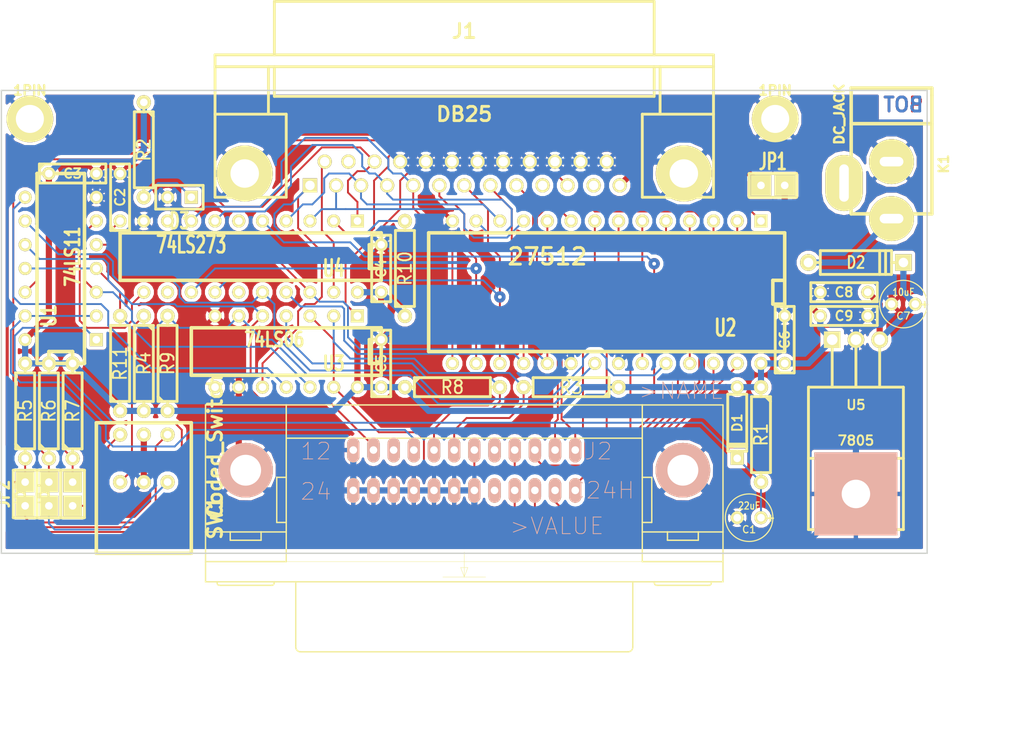
<source format=kicad_pcb>
(kicad_pcb (version 3) (host pcbnew "(2013-07-07 BZR 4022)-stable")
  (layers (15 F.Cu signal) (0 B.Cu signal hide) (18 B.Paste user) (19 F.Paste user) (20 B.SilkS user) (21 F.SilkS user hide) (22 B.Mask user) (23 F.Mask user) (28 Edge.Cuts user))
  (net 0 "")
  (net 1 /A12)
  (net 2 /A13)
  (net 3 /A14)
  (net 4 /A15)
  (net 5 /ATN)
  (net 6 /BUSY)
  (net 7 /D0)
  (net 8 /D1)
  (net 9 /D2)
  (net 10 /D3)
  (net 11 /D4)
  (net 12 /D5)
  (net 13 /D6)
  (net 14 /D7)
  (net 15 /DAV)
  (net 16 /I0)
  (net 17 /I1)
  (net 18 /I2)
  (net 19 /I3)
  (net 20 /I4)
  (net 21 /I5)
  (net 22 /I6)
  (net 23 /I7)
  (net 24 /IFC)
  (net 25 /NDAC)
  (net 26 /NRFD)
  (net 27 /Q0)
  (net 28 /Q1)
  (net 29 /Q6)
  (net 30 /~AUTOFD)
  (net 31 /~RESET)
  (net 32 /~STROBE)
  (net 33 GND)
  (net 34 N-0000012)
  (net 35 N-0000018)
  (net 36 N-0000023)
  (net 37 N-0000024)
  (net 38 N-0000025)
  (net 39 N-0000026)
  (net 40 N-0000027)
  (net 41 N-0000028)
  (net 42 N-0000030)
  (net 43 N-0000032)
  (net 44 N-0000033)
  (net 45 N-0000053)
  (net 46 VCC)
  (module R4 (layer F.Cu) (at 99.06 83.82 90)
    (fp_text reference R10 (at 0 0 90) (layer F.SilkS) (effects (font (size 1.397 1.27) (thickness 0.2032))))
    (fp_text value 10k hide)
    (pad 1 thru_hole circle (at -5.08 0 90) (size 1.524 1.524) (drill 0.8128) (layers *.Cu *.Mask F.SilkS) (net 46 VCC))
    (pad 2 thru_hole circle (at 5.08 0 90) (size 1.524 1.524) (drill 0.8128) (layers *.Cu *.Mask F.SilkS) (net 32 /~STROBE))
  )
  (module R4 (layer F.Cu) (at 63.5 99.06 90)
    (fp_text reference R7 (at 0 0 90) (layer F.SilkS) (effects (font (size 1.397 1.27) (thickness 0.2032))))
    (fp_text value 10k hide)
    (pad 1 thru_hole circle (at -5.08 0 90) (size 1.524 1.524) (drill 0.8128) (layers *.Cu *.Mask F.SilkS) (net 4 /A15))
    (pad 2 thru_hole circle (at 5.08 0 90) (size 1.524 1.524) (drill 0.8128) (layers *.Cu *.Mask F.SilkS) (net 46 VCC))
  )
  (module R4 (layer F.Cu) (at 60.96 99.06 90)
    (fp_text reference R6 (at 0 0 90) (layer F.SilkS) (effects (font (size 1.397 1.27) (thickness 0.2032))))
    (fp_text value 10k hide)
    (pad 1 thru_hole circle (at -5.08 0 90) (size 1.524 1.524) (drill 0.8128) (layers *.Cu *.Mask F.SilkS) (net 3 /A14))
    (pad 2 thru_hole circle (at 5.08 0 90) (size 1.524 1.524) (drill 0.8128) (layers *.Cu *.Mask F.SilkS) (net 46 VCC))
  )
  (module R4 (layer F.Cu) (at 58.42 99.06 90)
    (fp_text reference R5 (at 0 0 90) (layer F.SilkS) (effects (font (size 1.397 1.27) (thickness 0.2032))))
    (fp_text value 10k hide)
    (pad 1 thru_hole circle (at -5.08 0 90) (size 1.524 1.524) (drill 0.8128) (layers *.Cu *.Mask F.SilkS) (net 2 /A13))
    (pad 2 thru_hole circle (at 5.08 0 90) (size 1.524 1.524) (drill 0.8128) (layers *.Cu *.Mask F.SilkS) (net 46 VCC))
  )
  (module R4 (layer F.Cu) (at 71.12 93.98 270)
    (fp_text reference R4 (at 0 0 270) (layer F.SilkS) (effects (font (size 1.397 1.27) (thickness 0.2032))))
    (fp_text value 10k hide)
    (pad 1 thru_hole circle (at -5.08 0 270) (size 1.524 1.524) (drill 0.8128) (layers *.Cu *.Mask F.SilkS) (net 1 /A12))
    (pad 2 thru_hole circle (at 5.08 0 270) (size 1.524 1.524) (drill 0.8128) (layers *.Cu *.Mask F.SilkS) (net 46 VCC))
  )
  (module R4 (layer F.Cu) (at 104.14 96.52)
    (fp_text reference R8 (at 0 0) (layer F.SilkS) (effects (font (size 1.397 1.27) (thickness 0.2032))))
    (fp_text value 10k hide)
    (pad 1 thru_hole circle (at -5.08 0) (size 1.524 1.524) (drill 0.8128) (layers *.Cu *.Mask F.SilkS) (net 46 VCC))
    (pad 2 thru_hole circle (at 5.08 0) (size 1.524 1.524) (drill 0.8128) (layers *.Cu *.Mask F.SilkS) (net 25 /NDAC))
  )
  (module R4 (layer F.Cu) (at 71.12 71.12 270)
    (fp_text reference R2 (at 0 0 270) (layer F.SilkS) (effects (font (size 1.397 1.27) (thickness 0.2032))))
    (fp_text value 560R hide)
    (pad 1 thru_hole circle (at -5.08 0 270) (size 1.524 1.524) (drill 0.8128) (layers *.Cu *.Mask F.SilkS) (net 46 VCC))
    (pad 2 thru_hole circle (at 5.08 0 270) (size 1.524 1.524) (drill 0.8128) (layers *.Cu *.Mask F.SilkS) (net 37 N-0000024))
  )
  (module R4 (layer F.Cu) (at 116.84 96.52 180)
    (fp_text reference R3 (at 0 0 180) (layer F.SilkS) (effects (font (size 1.397 1.27) (thickness 0.2032))))
    (fp_text value 10k hide)
    (pad 1 thru_hole circle (at -5.08 0 180) (size 1.524 1.524) (drill 0.8128) (layers *.Cu *.Mask F.SilkS) (net 46 VCC))
    (pad 2 thru_hole circle (at 5.08 0 180) (size 1.524 1.524) (drill 0.8128) (layers *.Cu *.Mask F.SilkS) (net 26 /NRFD))
  )
  (module R4 (layer F.Cu) (at 68.58 93.98 90)
    (fp_text reference R11 (at 0 0 90) (layer F.SilkS) (effects (font (size 1.397 1.27) (thickness 0.2032))))
    (fp_text value 10k hide)
    (pad 1 thru_hole circle (at -5.08 0 90) (size 1.524 1.524) (drill 0.8128) (layers *.Cu *.Mask F.SilkS) (net 46 VCC))
    (pad 2 thru_hole circle (at 5.08 0 90) (size 1.524 1.524) (drill 0.8128) (layers *.Cu *.Mask F.SilkS) (net 43 N-0000032))
  )
  (module R4 (layer F.Cu) (at 73.66 93.98 90)
    (fp_text reference R9 (at 0 0 90) (layer F.SilkS) (effects (font (size 1.397 1.27) (thickness 0.2032))))
    (fp_text value 10k hide)
    (pad 1 thru_hole circle (at -5.08 0 90) (size 1.524 1.524) (drill 0.8128) (layers *.Cu *.Mask F.SilkS) (net 46 VCC))
    (pad 2 thru_hole circle (at 5.08 0 90) (size 1.524 1.524) (drill 0.8128) (layers *.Cu *.Mask F.SilkS) (net 42 N-0000030))
  )
  (module R4 (layer F.Cu) (at 137.16 101.6 270)
    (fp_text reference R1 (at 0 0 270) (layer F.SilkS) (effects (font (size 1.397 1.27) (thickness 0.2032))))
    (fp_text value 10k hide)
    (pad 1 thru_hole circle (at -5.08 0 270) (size 1.524 1.524) (drill 0.8128) (layers *.Cu *.Mask F.SilkS) (net 46 VCC))
    (pad 2 thru_hole circle (at 5.08 0 270) (size 1.524 1.524) (drill 0.8128) (layers *.Cu *.Mask F.SilkS) (net 45 N-0000053))
  )
  (module DIP-20__300 (layer F.Cu) (at 82.55 82.55 180)
    (fp_text reference U4 (at -8.89 -1.27 180) (layer F.SilkS) (effects (font (size 1.778 1.143) (thickness 0.3048))))
    (fp_text value 74LS273 (at 6.35 1.27 180) (layer F.SilkS) (effects (font (size 1.778 1.143) (thickness 0.3048))))
    (pad 1 thru_hole rect (at -11.43 3.81 180) (size 1.397 1.397) (drill 0.8128) (layers *.Cu *.Mask F.SilkS) (net 31 /~RESET))
    (pad 2 thru_hole circle (at -8.89 3.81 180) (size 1.397 1.397) (drill 0.8128) (layers *.Cu *.Mask F.SilkS) (net 27 /Q0))
    (pad 3 thru_hole circle (at -6.35 3.81 180) (size 1.397 1.397) (drill 0.8128) (layers *.Cu *.Mask F.SilkS) (net 7 /D0))
    (pad 4 thru_hole circle (at -3.81 3.81 180) (size 1.397 1.397) (drill 0.8128) (layers *.Cu *.Mask F.SilkS) (net 8 /D1))
    (pad 5 thru_hole circle (at -1.27 3.81 180) (size 1.397 1.397) (drill 0.8128) (layers *.Cu *.Mask F.SilkS) (net 28 /Q1))
    (pad 6 thru_hole circle (at 1.27 3.81 180) (size 1.397 1.397) (drill 0.8128) (layers *.Cu *.Mask F.SilkS))
    (pad 7 thru_hole circle (at 3.81 3.81 180) (size 1.397 1.397) (drill 0.8128) (layers *.Cu *.Mask F.SilkS) (net 9 /D2))
    (pad 8 thru_hole circle (at 6.35 3.81 180) (size 1.397 1.397) (drill 0.8128) (layers *.Cu *.Mask F.SilkS) (net 10 /D3))
    (pad 9 thru_hole circle (at 8.89 3.81 180) (size 1.397 1.397) (drill 0.8128) (layers *.Cu *.Mask F.SilkS))
    (pad 10 thru_hole circle (at 11.43 3.81 180) (size 1.397 1.397) (drill 0.8128) (layers *.Cu *.Mask F.SilkS) (net 33 GND))
    (pad 11 thru_hole circle (at 11.43 -3.81 180) (size 1.397 1.397) (drill 0.8128) (layers *.Cu *.Mask F.SilkS) (net 44 N-0000033))
    (pad 12 thru_hole circle (at 8.89 -3.81 180) (size 1.397 1.397) (drill 0.8128) (layers *.Cu *.Mask F.SilkS))
    (pad 13 thru_hole circle (at 6.35 -3.81 180) (size 1.397 1.397) (drill 0.8128) (layers *.Cu *.Mask F.SilkS) (net 11 /D4))
    (pad 14 thru_hole circle (at 3.81 -3.81 180) (size 1.397 1.397) (drill 0.8128) (layers *.Cu *.Mask F.SilkS) (net 12 /D5))
    (pad 15 thru_hole circle (at 1.27 -3.81 180) (size 1.397 1.397) (drill 0.8128) (layers *.Cu *.Mask F.SilkS))
    (pad 16 thru_hole circle (at -1.27 -3.81 180) (size 1.397 1.397) (drill 0.8128) (layers *.Cu *.Mask F.SilkS) (net 29 /Q6))
    (pad 17 thru_hole circle (at -3.81 -3.81 180) (size 1.397 1.397) (drill 0.8128) (layers *.Cu *.Mask F.SilkS) (net 13 /D6))
    (pad 18 thru_hole circle (at -6.35 -3.81 180) (size 1.397 1.397) (drill 0.8128) (layers *.Cu *.Mask F.SilkS) (net 14 /D7))
    (pad 19 thru_hole circle (at -8.89 -3.81 180) (size 1.397 1.397) (drill 0.8128) (layers *.Cu *.Mask F.SilkS) (net 30 /~AUTOFD))
    (pad 20 thru_hole circle (at -11.43 -3.81 180) (size 1.397 1.397) (drill 0.8128) (layers *.Cu *.Mask F.SilkS) (net 46 VCC))
  )
  (module DIP-14__300 (layer F.Cu) (at 86.36 92.71 180)
    (fp_text reference U3 (at -5.08 -1.27 180) (layer F.SilkS) (effects (font (size 1.524 1.143) (thickness 0.3048))))
    (fp_text value 74LS06 (at 1.27 1.27 180) (layer F.SilkS) (effects (font (size 1.524 1.143) (thickness 0.3048))))
    (pad 1 thru_hole rect (at -7.62 3.81 180) (size 1.397 1.397) (drill 0.8128) (layers *.Cu *.Mask F.SilkS) (net 6 /BUSY))
    (pad 2 thru_hole circle (at -5.08 3.81 180) (size 1.397 1.397) (drill 0.8128) (layers *.Cu *.Mask F.SilkS) (net 26 /NRFD))
    (pad 3 thru_hole circle (at -2.54 3.81 180) (size 1.397 1.397) (drill 0.8128) (layers *.Cu *.Mask F.SilkS) (net 15 /DAV))
    (pad 4 thru_hole circle (at 0 3.81 180) (size 1.397 1.397) (drill 0.8128) (layers *.Cu *.Mask F.SilkS) (net 25 /NDAC))
    (pad 5 thru_hole circle (at 2.54 3.81 180) (size 1.397 1.397) (drill 0.8128) (layers *.Cu *.Mask F.SilkS) (net 5 /ATN))
    (pad 6 thru_hole circle (at 5.08 3.81 180) (size 1.397 1.397) (drill 0.8128) (layers *.Cu *.Mask F.SilkS) (net 42 N-0000030))
    (pad 7 thru_hole circle (at 7.62 3.81 180) (size 1.397 1.397) (drill 0.8128) (layers *.Cu *.Mask F.SilkS) (net 33 GND))
    (pad 8 thru_hole circle (at 7.62 -3.81 180) (size 1.397 1.397) (drill 0.8128) (layers *.Cu *.Mask F.SilkS))
    (pad 9 thru_hole circle (at 5.08 -3.81 180) (size 1.397 1.397) (drill 0.8128) (layers *.Cu *.Mask F.SilkS) (net 33 GND))
    (pad 10 thru_hole circle (at 2.54 -3.81 180) (size 1.397 1.397) (drill 0.8128) (layers *.Cu *.Mask F.SilkS) (net 32 /~STROBE))
    (pad 11 thru_hole circle (at 0 -3.81 180) (size 1.397 1.397) (drill 0.8128) (layers *.Cu *.Mask F.SilkS) (net 34 N-0000012))
    (pad 12 thru_hole circle (at -2.54 -3.81 180) (size 1.397 1.397) (drill 0.8128) (layers *.Cu *.Mask F.SilkS) (net 43 N-0000032))
    (pad 13 thru_hole circle (at -5.08 -3.81 180) (size 1.397 1.397) (drill 0.8128) (layers *.Cu *.Mask F.SilkS) (net 15 /DAV))
    (pad 14 thru_hole circle (at -7.62 -3.81 180) (size 1.397 1.397) (drill 0.8128) (layers *.Cu *.Mask F.SilkS) (net 46 VCC))
  )
  (module DIP-14__300 (layer F.Cu) (at 62.23 83.82 90)
    (fp_text reference U1 (at -5.08 -1.27 90) (layer F.SilkS) (effects (font (size 1.524 1.143) (thickness 0.3048))))
    (fp_text value 74LS11 (at 1.27 1.27 90) (layer F.SilkS) (effects (font (size 1.524 1.143) (thickness 0.3048))))
    (pad 1 thru_hole rect (at -7.62 3.81 90) (size 1.397 1.397) (drill 0.8128) (layers *.Cu *.Mask F.SilkS) (net 45 N-0000053))
    (pad 2 thru_hole circle (at -5.08 3.81 90) (size 1.397 1.397) (drill 0.8128) (layers *.Cu *.Mask F.SilkS) (net 24 /IFC))
    (pad 3 thru_hole circle (at -2.54 3.81 90) (size 1.397 1.397) (drill 0.8128) (layers *.Cu *.Mask F.SilkS) (net 42 N-0000030))
    (pad 4 thru_hole circle (at 0 3.81 90) (size 1.397 1.397) (drill 0.8128) (layers *.Cu *.Mask F.SilkS) (net 43 N-0000032))
    (pad 5 thru_hole circle (at 2.54 3.81 90) (size 1.397 1.397) (drill 0.8128) (layers *.Cu *.Mask F.SilkS) (net 14 /D7))
    (pad 6 thru_hole circle (at 5.08 3.81 90) (size 1.397 1.397) (drill 0.8128) (layers *.Cu *.Mask F.SilkS) (net 44 N-0000033))
    (pad 7 thru_hole circle (at 7.62 3.81 90) (size 1.397 1.397) (drill 0.8128) (layers *.Cu *.Mask F.SilkS) (net 33 GND))
    (pad 8 thru_hole circle (at 7.62 -3.81 90) (size 1.397 1.397) (drill 0.8128) (layers *.Cu *.Mask F.SilkS) (net 34 N-0000012))
    (pad 9 thru_hole circle (at 5.08 -3.81 90) (size 1.397 1.397) (drill 0.8128) (layers *.Cu *.Mask F.SilkS) (net 29 /Q6))
    (pad 10 thru_hole circle (at 2.54 -3.81 90) (size 1.397 1.397) (drill 0.8128) (layers *.Cu *.Mask F.SilkS) (net 5 /ATN))
    (pad 11 thru_hole circle (at 0 -3.81 90) (size 1.397 1.397) (drill 0.8128) (layers *.Cu *.Mask F.SilkS) (net 43 N-0000032))
    (pad 12 thru_hole circle (at -2.54 -3.81 90) (size 1.397 1.397) (drill 0.8128) (layers *.Cu *.Mask F.SilkS) (net 31 /~RESET))
    (pad 13 thru_hole circle (at -5.08 -3.81 90) (size 1.397 1.397) (drill 0.8128) (layers *.Cu *.Mask F.SilkS) (net 24 /IFC))
    (pad 14 thru_hole circle (at -7.62 -3.81 90) (size 1.397 1.397) (drill 0.8128) (layers *.Cu *.Mask F.SilkS) (net 46 VCC))
  )
  (module DB25FC (layer F.Cu) (at 105.41 73.66)
    (fp_text reference J1 (at 0 -15.24) (layer F.SilkS) (effects (font (size 1.524 1.524) (thickness 0.3048))))
    (fp_text value DB25 (at 0 -6.35) (layer F.SilkS) (effects (font (size 1.524 1.524) (thickness 0.3048))))
    (pad "" thru_hole circle (at 23.495 0) (size 6 6) (drill 3.048) (layers *.Cu *.Mask F.SilkS) (net 33 GND))
    (pad "" thru_hole circle (at -23.495 0) (size 6 6) (drill 3.048) (layers *.Cu *.Mask F.SilkS) (net 33 GND))
    (pad 1 thru_hole rect (at -16.51 1.27) (size 1.524 1.524) (drill 1.016) (layers *.Cu *.Mask F.SilkS) (net 32 /~STROBE))
    (pad 2 thru_hole circle (at -13.716 1.27) (size 1.524 1.524) (drill 1.016) (layers *.Cu *.Mask F.SilkS) (net 7 /D0))
    (pad 3 thru_hole circle (at -11.049 1.27) (size 1.524 1.524) (drill 1.016) (layers *.Cu *.Mask F.SilkS) (net 8 /D1))
    (pad 4 thru_hole circle (at -8.255 1.27) (size 1.524 1.524) (drill 1.016) (layers *.Cu *.Mask F.SilkS) (net 9 /D2))
    (pad 5 thru_hole circle (at -5.461 1.27) (size 1.524 1.524) (drill 1.016) (layers *.Cu *.Mask F.SilkS) (net 10 /D3))
    (pad 6 thru_hole circle (at -2.667 1.27) (size 1.524 1.524) (drill 1.016) (layers *.Cu *.Mask F.SilkS) (net 11 /D4))
    (pad 7 thru_hole circle (at 0 1.27) (size 1.524 1.524) (drill 1.016) (layers *.Cu *.Mask F.SilkS) (net 12 /D5))
    (pad 8 thru_hole circle (at 2.794 1.27) (size 1.524 1.524) (drill 1.016) (layers *.Cu *.Mask F.SilkS) (net 13 /D6))
    (pad 9 thru_hole circle (at 5.588 1.27) (size 1.524 1.524) (drill 1.016) (layers *.Cu *.Mask F.SilkS) (net 14 /D7))
    (pad 10 thru_hole circle (at 8.382 1.27) (size 1.524 1.524) (drill 1.016) (layers *.Cu *.Mask F.SilkS))
    (pad 11 thru_hole circle (at 11.049 1.27) (size 1.524 1.524) (drill 1.016) (layers *.Cu *.Mask F.SilkS) (net 6 /BUSY))
    (pad 12 thru_hole circle (at 13.843 1.27) (size 1.524 1.524) (drill 1.016) (layers *.Cu *.Mask F.SilkS))
    (pad 13 thru_hole circle (at 16.637 1.27) (size 1.524 1.524) (drill 1.016) (layers *.Cu *.Mask F.SilkS) (net 36 N-0000023))
    (pad 14 thru_hole circle (at -14.9352 -1.27) (size 1.524 1.524) (drill 1.016) (layers *.Cu *.Mask F.SilkS) (net 30 /~AUTOFD))
    (pad 15 thru_hole circle (at -12.3952 -1.27) (size 1.524 1.524) (drill 1.016) (layers *.Cu *.Mask F.SilkS))
    (pad 16 thru_hole circle (at -9.6012 -1.27) (size 1.524 1.524) (drill 1.016) (layers *.Cu *.Mask F.SilkS) (net 31 /~RESET))
    (pad 17 thru_hole circle (at -6.858 -1.27) (size 1.524 1.524) (drill 1.016) (layers *.Cu *.Mask F.SilkS) (net 33 GND))
    (pad 18 thru_hole circle (at -4.1148 -1.27) (size 1.524 1.524) (drill 1.016) (layers *.Cu *.Mask F.SilkS) (net 33 GND))
    (pad 19 thru_hole circle (at -1.3208 -1.27) (size 1.524 1.524) (drill 1.016) (layers *.Cu *.Mask F.SilkS) (net 33 GND))
    (pad 20 thru_hole circle (at 1.4224 -1.27) (size 1.524 1.524) (drill 1.016) (layers *.Cu *.Mask F.SilkS) (net 33 GND))
    (pad 21 thru_hole circle (at 4.1656 -1.27) (size 1.524 1.524) (drill 1.016) (layers *.Cu *.Mask F.SilkS) (net 33 GND))
    (pad 22 thru_hole circle (at 7.0104 -1.27) (size 1.524 1.524) (drill 1.016) (layers *.Cu *.Mask F.SilkS) (net 33 GND))
    (pad 23 thru_hole circle (at 9.7028 -1.27) (size 1.524 1.524) (drill 1.016) (layers *.Cu *.Mask F.SilkS) (net 33 GND))
    (pad 24 thru_hole circle (at 12.446 -1.27) (size 1.524 1.524) (drill 1.016) (layers *.Cu *.Mask F.SilkS) (net 33 GND))
    (pad 25 thru_hole circle (at 15.24 -1.27) (size 1.524 1.524) (drill 1.016) (layers *.Cu *.Mask F.SilkS) (net 33 GND))
  )
  (module D3 (layer F.Cu) (at 134.62 100.33 270)
    (fp_text reference D1 (at 0 0 270) (layer F.SilkS) (effects (font (size 1.016 1.016) (thickness 0.2032))))
    (fp_text value 1N4148 hide)
    (pad 2 thru_hole rect (at 3.81 0 270) (size 1.397 1.397) (drill 0.8128) (layers *.Cu *.Mask F.SilkS) (net 45 N-0000053))
    (pad 1 thru_hole circle (at -3.81 0 270) (size 1.397 1.397) (drill 0.8128) (layers *.Cu *.Mask F.SilkS) (net 46 VCC))
  )
  (module C2 (layer F.Cu) (at 68.58 76.2 90)
    (fp_text reference C2 (at 0 0 90) (layer F.SilkS) (effects (font (size 1.016 1.016) (thickness 0.2032))))
    (fp_text value 100nF hide)
    (pad 1 thru_hole circle (at -2.54 0 90) (size 1.397 1.397) (drill 0.8128) (layers *.Cu *.Mask F.SilkS) (net 42 N-0000030))
    (pad 2 thru_hole circle (at 2.54 0 90) (size 1.397 1.397) (drill 0.8128) (layers *.Cu *.Mask F.SilkS) (net 33 GND))
  )
  (module C2 (layer F.Cu) (at 63.5 73.66)
    (fp_text reference C3 (at 0 0) (layer F.SilkS) (effects (font (size 1.016 1.016) (thickness 0.2032))))
    (fp_text value 100nF hide)
    (pad 1 thru_hole circle (at -2.54 0) (size 1.397 1.397) (drill 0.8128) (layers *.Cu *.Mask F.SilkS) (net 46 VCC))
    (pad 2 thru_hole circle (at 2.54 0) (size 1.397 1.397) (drill 0.8128) (layers *.Cu *.Mask F.SilkS) (net 33 GND))
  )
  (module C2 (layer F.Cu) (at 96.52 83.82 90)
    (fp_text reference C4 (at 0 0 90) (layer F.SilkS) (effects (font (size 1.016 1.016) (thickness 0.2032))))
    (fp_text value 100nF hide)
    (pad 1 thru_hole circle (at -2.54 0 90) (size 1.397 1.397) (drill 0.8128) (layers *.Cu *.Mask F.SilkS) (net 46 VCC))
    (pad 2 thru_hole circle (at 2.54 0 90) (size 1.397 1.397) (drill 0.8128) (layers *.Cu *.Mask F.SilkS) (net 33 GND))
  )
  (module C2 (layer F.Cu) (at 96.52 93.98 90)
    (fp_text reference C5 (at 0 0 90) (layer F.SilkS) (effects (font (size 1.016 1.016) (thickness 0.2032))))
    (fp_text value 100nF hide)
    (pad 1 thru_hole circle (at -2.54 0 90) (size 1.397 1.397) (drill 0.8128) (layers *.Cu *.Mask F.SilkS) (net 46 VCC))
    (pad 2 thru_hole circle (at 2.54 0 90) (size 1.397 1.397) (drill 0.8128) (layers *.Cu *.Mask F.SilkS) (net 33 GND))
  )
  (module C2 (layer F.Cu) (at 139.7 91.44 90)
    (fp_text reference C6 (at 0 0 90) (layer F.SilkS) (effects (font (size 1.016 1.016) (thickness 0.2032))))
    (fp_text value 100nF hide)
    (pad 1 thru_hole circle (at -2.54 0 90) (size 1.397 1.397) (drill 0.8128) (layers *.Cu *.Mask F.SilkS) (net 46 VCC))
    (pad 2 thru_hole circle (at 2.54 0 90) (size 1.397 1.397) (drill 0.8128) (layers *.Cu *.Mask F.SilkS) (net 33 GND))
  )
  (module C1V5 (layer F.Cu) (at 135.89 110.49 180)
    (fp_text reference C1 (at 0 -1.26746 180) (layer F.SilkS) (effects (font (size 0.762 0.762) (thickness 0.127))))
    (fp_text value 22uF (at 0 1.27 180) (layer F.SilkS) (effects (font (size 0.762 0.635) (thickness 0.127))))
    (fp_text user + (at -2.286 0 180) (layer F.SilkS) (effects (font (size 0.762 0.762) (thickness 0.2032))))
    (pad 1 thru_hole circle (at -1.27 0 180) (size 1.397 1.397) (drill 0.8128) (layers *.Cu *.Mask F.SilkS) (net 45 N-0000053))
    (pad 2 thru_hole circle (at 1.27 0 180) (size 1.397 1.397) (drill 0.8128) (layers *.Cu *.Mask F.SilkS) (net 33 GND))
  )
  (module DIP-28__600 (layer F.Cu) (at 120.65 86.36 180)
    (fp_text reference U2 (at -12.7 -3.81 180) (layer F.SilkS) (effects (font (size 1.778 1.143) (thickness 0.3048))))
    (fp_text value 27512 (at 6.35 3.81 180) (layer F.SilkS) (effects (font (size 1.778 1.778) (thickness 0.3048))))
    (pad 1 thru_hole rect (at -16.51 7.62 180) (size 1.397 1.397) (drill 0.8128) (layers *.Cu *.Mask F.SilkS) (net 4 /A15))
    (pad 2 thru_hole circle (at -13.97 7.62 180) (size 1.397 1.397) (drill 0.8128) (layers *.Cu *.Mask F.SilkS) (net 1 /A12))
    (pad 3 thru_hole circle (at -11.43 7.62 180) (size 1.397 1.397) (drill 0.8128) (layers *.Cu *.Mask F.SilkS) (net 23 /I7))
    (pad 4 thru_hole circle (at -8.89 7.62 180) (size 1.397 1.397) (drill 0.8128) (layers *.Cu *.Mask F.SilkS) (net 22 /I6))
    (pad 5 thru_hole circle (at -6.35 7.62 180) (size 1.397 1.397) (drill 0.8128) (layers *.Cu *.Mask F.SilkS) (net 21 /I5))
    (pad 6 thru_hole circle (at -3.81 7.62 180) (size 1.397 1.397) (drill 0.8128) (layers *.Cu *.Mask F.SilkS) (net 20 /I4))
    (pad 7 thru_hole circle (at -1.27 7.62 180) (size 1.397 1.397) (drill 0.8128) (layers *.Cu *.Mask F.SilkS) (net 19 /I3))
    (pad 8 thru_hole circle (at 1.27 7.62 180) (size 1.397 1.397) (drill 0.8128) (layers *.Cu *.Mask F.SilkS) (net 18 /I2))
    (pad 9 thru_hole circle (at 3.81 7.62 180) (size 1.397 1.397) (drill 0.8128) (layers *.Cu *.Mask F.SilkS) (net 17 /I1))
    (pad 10 thru_hole circle (at 6.35 7.62 180) (size 1.397 1.397) (drill 0.8128) (layers *.Cu *.Mask F.SilkS) (net 16 /I0))
    (pad 11 thru_hole circle (at 8.89 7.62 180) (size 1.397 1.397) (drill 0.8128) (layers *.Cu *.Mask F.SilkS) (net 7 /D0))
    (pad 12 thru_hole circle (at 11.43 7.62 180) (size 1.397 1.397) (drill 0.8128) (layers *.Cu *.Mask F.SilkS) (net 8 /D1))
    (pad 13 thru_hole circle (at 13.97 7.62 180) (size 1.397 1.397) (drill 0.8128) (layers *.Cu *.Mask F.SilkS) (net 9 /D2))
    (pad 14 thru_hole circle (at 16.51 7.62 180) (size 1.397 1.397) (drill 0.8128) (layers *.Cu *.Mask F.SilkS) (net 33 GND))
    (pad 15 thru_hole circle (at 16.51 -7.62 180) (size 1.397 1.397) (drill 0.8128) (layers *.Cu *.Mask F.SilkS) (net 10 /D3))
    (pad 16 thru_hole circle (at 13.97 -7.62 180) (size 1.397 1.397) (drill 0.8128) (layers *.Cu *.Mask F.SilkS) (net 11 /D4))
    (pad 17 thru_hole circle (at 11.43 -7.62 180) (size 1.397 1.397) (drill 0.8128) (layers *.Cu *.Mask F.SilkS) (net 12 /D5))
    (pad 18 thru_hole circle (at 8.89 -7.62 180) (size 1.397 1.397) (drill 0.8128) (layers *.Cu *.Mask F.SilkS) (net 13 /D6))
    (pad 19 thru_hole circle (at 6.35 -7.62 180) (size 1.397 1.397) (drill 0.8128) (layers *.Cu *.Mask F.SilkS) (net 14 /D7))
    (pad 20 thru_hole circle (at 3.81 -7.62 180) (size 1.397 1.397) (drill 0.8128) (layers *.Cu *.Mask F.SilkS) (net 33 GND))
    (pad 21 thru_hole circle (at 1.27 -7.62 180) (size 1.397 1.397) (drill 0.8128) (layers *.Cu *.Mask F.SilkS) (net 42 N-0000030))
    (pad 22 thru_hole circle (at -1.27 -7.62 180) (size 1.397 1.397) (drill 0.8128) (layers *.Cu *.Mask F.SilkS) (net 33 GND))
    (pad 23 thru_hole circle (at -3.81 -7.62 180) (size 1.397 1.397) (drill 0.8128) (layers *.Cu *.Mask F.SilkS) (net 28 /Q1))
    (pad 24 thru_hole circle (at -6.35 -7.62 180) (size 1.397 1.397) (drill 0.8128) (layers *.Cu *.Mask F.SilkS) (net 29 /Q6))
    (pad 25 thru_hole circle (at -8.89 -7.62 180) (size 1.397 1.397) (drill 0.8128) (layers *.Cu *.Mask F.SilkS) (net 27 /Q0))
    (pad 26 thru_hole circle (at -11.43 -7.62 180) (size 1.397 1.397) (drill 0.8128) (layers *.Cu *.Mask F.SilkS) (net 2 /A13))
    (pad 27 thru_hole circle (at -13.97 -7.62 180) (size 1.397 1.397) (drill 0.8128) (layers *.Cu *.Mask F.SilkS) (net 3 /A14))
    (pad 28 thru_hole circle (at -16.51 -7.62 180) (size 1.397 1.397) (drill 0.8128) (layers *.Cu *.Mask F.SilkS) (net 46 VCC))
  )
  (module ENCSW (layer F.Cu) (at 71.12 104.14 90)
    (fp_text reference SW1 (at -6.35 7.62 90) (layer F.SilkS) (effects (font (size 1.524 1.524) (thickness 0.3048))))
    (fp_text value Coded_Switch (at 1.27 7.62 90) (layer F.SilkS) (effects (font (size 1.524 1.524) (thickness 0.3048))))
    (pad 1 thru_hole circle (at 2.54 0 90) (size 1.524 1.524) (drill 0.8128) (layers *.Cu *.Mask F.SilkS) (net 33 GND))
    (pad 1 thru_hole circle (at -2.54 0 90) (size 1.524 1.524) (drill 0.8128) (layers *.Cu *.Mask F.SilkS) (net 33 GND))
    (pad 3 thru_hole circle (at 2.54 2.54 90) (size 1.524 1.524) (drill 0.8128) (layers *.Cu *.Mask F.SilkS) (net 38 N-0000025))
    (pad 4 thru_hole circle (at -2.54 2.54 90) (size 1.524 1.524) (drill 0.8128) (layers *.Cu *.Mask F.SilkS) (net 39 N-0000026))
    (pad 5 thru_hole circle (at 2.54 -2.54 90) (size 1.524 1.524) (drill 0.8128) (layers *.Cu *.Mask F.SilkS) (net 35 N-0000018))
    (pad 2 thru_hole circle (at -2.54 -2.54 90) (size 1.524 1.524) (drill 0.8128) (layers *.Cu *.Mask F.SilkS) (net 1 /A12))
  )
  (module con-amp-champ-24HP (layer F.Cu) (at 105.41 105.41 180)
    (fp_text reference J2 (at -14.34846 2.032 180) (layer B.SilkS) (effects (font (size 1.778 1.778) (thickness 0.0889))))
    (fp_text value C24H (at -14.732 -2.159 180) (layer B.SilkS) (effects (font (size 1.778 1.778) (thickness 0.0889))))
    (fp_text user 24 (at 15.875 -2.286 180) (layer B.SilkS) (effects (font (size 1.778 1.778) (thickness 0.0889))))
    (fp_text user 12 (at 15.875 2.032 180) (layer B.SilkS) (effects (font (size 1.778 1.778) (thickness 0.0889))))
    (fp_text user >NAME (at -23.241 8.509 180) (layer B.SilkS) (effects (font (size 1.778 1.778) (thickness 0.0889))))
    (fp_text user >VALUE (at -9.906 -5.969 180) (layer B.SilkS) (effects (font (size 1.778 1.778) (thickness 0.0889))))
    (pad 1 thru_hole oval (at -11.8745 2.159 180) (size 1.3208 2.6416) (drill 0.8128) (layers *.Cu *.SilkS *.Mask F.Paste) (net 16 /I0))
    (pad 2 thru_hole oval (at -9.7155 2.159 180) (size 1.3208 2.6416) (drill 0.8128) (layers *.Cu *.SilkS *.Mask F.Paste) (net 17 /I1))
    (pad 3 thru_hole oval (at -7.5565 2.159 180) (size 1.3208 2.6416) (drill 0.8128) (layers *.Cu *.SilkS *.Mask F.Paste) (net 18 /I2))
    (pad 4 thru_hole oval (at -5.3975 2.159 180) (size 1.3208 2.6416) (drill 0.8128) (layers *.Cu *.SilkS *.Mask F.Paste) (net 19 /I3))
    (pad 5 thru_hole oval (at -3.2385 2.159 180) (size 1.3208 2.6416) (drill 0.8128) (layers *.Cu *.SilkS *.Mask F.Paste))
    (pad 6 thru_hole oval (at -1.0795 2.159 180) (size 1.3208 2.6416) (drill 0.8128) (layers *.Cu *.SilkS *.Mask F.Paste) (net 15 /DAV))
    (pad 7 thru_hole oval (at 1.0795 2.159 180) (size 1.3208 2.6416) (drill 0.8128) (layers *.Cu *.SilkS *.Mask F.Paste) (net 26 /NRFD))
    (pad 8 thru_hole oval (at 3.2385 2.159 180) (size 1.3208 2.6416) (drill 0.8128) (layers *.Cu *.SilkS *.Mask F.Paste) (net 25 /NDAC))
    (pad 9 thru_hole oval (at 5.3975 2.159 180) (size 1.3208 2.6416) (drill 0.8128) (layers *.Cu *.SilkS *.Mask F.Paste) (net 24 /IFC))
    (pad 10 thru_hole oval (at 7.5565 2.159 180) (size 1.3208 2.6416) (drill 0.8128) (layers *.Cu *.SilkS *.Mask F.Paste))
    (pad 11 thru_hole oval (at 9.7155 2.159 180) (size 1.3208 2.6416) (drill 0.8128) (layers *.Cu *.SilkS *.Mask F.Paste) (net 5 /ATN))
    (pad 12 thru_hole oval (at 11.8745 2.159 180) (size 1.3208 2.6416) (drill 0.8128) (layers *.Cu *.SilkS *.Mask F.Paste) (net 33 GND))
    (pad 13 thru_hole oval (at -11.8745 -2.159 180) (size 1.3208 2.6416) (drill 0.8128) (layers *.Cu *.SilkS *.Mask F.Paste) (net 20 /I4))
    (pad 14 thru_hole oval (at -9.7155 -2.159 180) (size 1.3208 2.6416) (drill 0.8128) (layers *.Cu *.SilkS *.Mask F.Paste) (net 21 /I5))
    (pad 15 thru_hole oval (at -7.5565 -2.159 180) (size 1.3208 2.6416) (drill 0.8128) (layers *.Cu *.SilkS *.Mask F.Paste) (net 22 /I6))
    (pad 16 thru_hole oval (at -5.3975 -2.159 180) (size 1.3208 2.6416) (drill 0.8128) (layers *.Cu *.SilkS *.Mask F.Paste) (net 23 /I7))
    (pad 17 thru_hole oval (at -3.2385 -2.159 180) (size 1.3208 2.6416) (drill 0.8128) (layers *.Cu *.SilkS *.Mask F.Paste))
    (pad 18 thru_hole oval (at -1.0795 -2.159 180) (size 1.3208 2.6416) (drill 0.8128) (layers *.Cu *.SilkS *.Mask F.Paste) (net 33 GND))
    (pad 19 thru_hole oval (at 1.0795 -2.159 180) (size 1.3208 2.6416) (drill 0.8128) (layers *.Cu *.SilkS *.Mask F.Paste) (net 33 GND))
    (pad 20 thru_hole oval (at 3.2385 -2.159 180) (size 1.3208 2.6416) (drill 0.8128) (layers *.Cu *.SilkS *.Mask F.Paste) (net 33 GND))
    (pad 21 thru_hole oval (at 5.3975 -2.159 180) (size 1.3208 2.6416) (drill 0.8128) (layers *.Cu *.SilkS *.Mask F.Paste) (net 33 GND))
    (pad 22 thru_hole oval (at 7.5565 -2.159 180) (size 1.3208 2.6416) (drill 0.8128) (layers *.Cu *.SilkS *.Mask F.Paste) (net 33 GND))
    (pad 23 thru_hole oval (at 9.7155 -2.159 180) (size 1.3208 2.6416) (drill 0.8128) (layers *.Cu *.SilkS *.Mask F.Paste) (net 33 GND))
    (pad 24 thru_hole oval (at 11.8745 -2.159 180) (size 1.3208 2.6416) (drill 0.8128) (layers *.Cu *.SilkS *.Mask F.Paste) (net 33 GND))
    (pad "" thru_hole circle (at -23.3934 0 180) (size 5.842 5.842) (drill 3.302) (layers *.Cu *.SilkS *.Mask F.Paste) (net 33 GND))
    (pad "" thru_hole circle (at 23.3934 0 180) (size 5.842 5.842) (drill 3.302) (layers *.Cu *.SilkS *.Mask F.Paste) (net 33 GND))
  )
  (module TO220 (layer F.Cu) (at 147.32 91.44 270)
    (fp_text reference U5 (at 6.985 0 360) (layer F.SilkS) (effects (font (size 1.016 1.016) (thickness 0.2032))))
    (fp_text value 7805 (at 10.795 0 360) (layer F.SilkS) (effects (font (size 1.016 1.016) (thickness 0.2032))))
    (pad 1 thru_hole rect (at 0 2.54 270) (size 1.778 1.778) (drill 1.143) (layers *.Cu *.Mask F.SilkS) (net 46 VCC))
    (pad 3 thru_hole circle (at 0 -2.54 270) (size 1.778 1.778) (drill 1.143) (layers *.Cu *.Mask F.SilkS) (net 41 N-0000028))
    (pad 2 thru_hole circle (at 0 0 270) (size 1.778 1.778) (drill 1.143) (layers *.Cu *.Mask F.SilkS) (net 33 GND))
    (pad 4 thru_hole rect (at 16.51 0 270) (size 8.89 8.89) (drill 3.048) (layers *.Cu *.SilkS *.Mask) (net 33 GND))
  )
  (module SIL-2 (layer F.Cu) (at 74.93 76.2 180)
    (fp_text reference D3 (at 0 -2.54 180) (layer F.SilkS) (effects (font (size 1.72974 1.08712) (thickness 0.3048))))
    (fp_text value LED hide)
    (pad 1 thru_hole rect (at -1.27 0 180) (size 1.397 1.397) (drill 0.8128) (layers *.Cu *.Mask F.SilkS) (net 37 N-0000024))
    (pad 2 thru_hole circle (at 1.27 0 180) (size 1.397 1.397) (drill 0.8128) (layers *.Cu *.Mask F.SilkS) (net 33 GND))
  )
  (module SIL-2 (layer F.Cu) (at 58.42 107.95 90)
    (fp_text reference JP2 (at 0 -2.54 90) (layer F.SilkS) (effects (font (size 1.72974 1.08712) (thickness 0.3048))))
    (fp_text value BREAKER hide)
    (pad 1 thru_hole rect (at -1.27 0 90) (size 2.2 2) (drill 0.8128) (layers *.Cu *.Mask F.SilkS) (net 38 N-0000025))
    (pad 2 thru_hole rect (at 1.27 0 90) (size 2.2 2) (drill 0.8128) (layers *.Cu *.Mask F.SilkS) (net 2 /A13))
  )
  (module SIL-2 (layer F.Cu) (at 60.96 107.95 90)
    (fp_text reference JP3 (at 0 -2.54 90) (layer F.SilkS) (effects (font (size 1.72974 1.08712) (thickness 0.3048))))
    (fp_text value BREAKER hide)
    (pad 1 thru_hole rect (at -1.27 0 90) (size 2.2 2) (drill 0.8128) (layers *.Cu *.Mask F.SilkS) (net 39 N-0000026))
    (pad 2 thru_hole rect (at 1.27 0 90) (size 2.2 2) (drill 0.8128) (layers *.Cu *.Mask F.SilkS) (net 3 /A14))
  )
  (module SIL-2 (layer F.Cu) (at 63.5 107.95 90)
    (fp_text reference JP4 (at 0 -2.54 90) (layer F.SilkS) (effects (font (size 1.72974 1.08712) (thickness 0.3048))))
    (fp_text value BREAKER hide)
    (pad 1 thru_hole rect (at -1.27 0 90) (size 2.2 2) (drill 0.8128) (layers *.Cu *.Mask F.SilkS) (net 35 N-0000018))
    (pad 2 thru_hole rect (at 1.27 0 90) (size 2.2 2) (drill 0.8128) (layers *.Cu *.Mask F.SilkS) (net 4 /A15))
  )
  (module SIL-2 (layer F.Cu) (at 138.43 74.93)
    (fp_text reference JP1 (at 0 -2.54) (layer F.SilkS) (effects (font (size 1.72974 1.08712) (thickness 0.3048))))
    (fp_text value BREAKER hide)
    (pad 1 thru_hole rect (at -1.27 0) (size 2.2 2.2) (drill 0.8128) (layers *.Cu *.Mask F.SilkS) (net 36 N-0000023))
    (pad 2 thru_hole rect (at 1.27 0) (size 2.2 2.2) (drill 0.8128) (layers *.Cu *.Mask F.SilkS) (net 46 VCC))
  )
  (module JACK_ALIM (layer F.Cu) (at 151.13 72.39 270)
    (fp_text reference K1 (at 0.254 -5.588 270) (layer F.SilkS) (effects (font (size 1.016 1.016) (thickness 0.254))))
    (fp_text value DC_JACK (at -5.08 5.588 270) (layer F.SilkS) (effects (font (size 1.016 1.016) (thickness 0.254))))
    (pad 2 thru_hole circle (at 0 0 270) (size 4.8006 4.8006) (drill oval 1.016 2.54) (layers *.Cu *.Mask F.SilkS) (net 33 GND))
    (pad 1 thru_hole circle (at 6.096 0 270) (size 4.8006 4.8006) (drill oval 1.016 2.54) (layers *.Cu *.Mask F.SilkS) (net 40 N-0000027))
    (pad 3 thru_hole oval (at 2.286 5.08 270) (size 6 4) (drill oval 4 1.016) (layers *.Cu *.Mask F.SilkS))
  )
  (module C2 (layer F.Cu) (at 146.05 86.36 180)
    (fp_text reference C8 (at 0 0 180) (layer F.SilkS) (effects (font (size 1.016 1.016) (thickness 0.2032))))
    (fp_text value 100nF hide)
    (pad 1 thru_hole circle (at -2.54 0 180) (size 1.397 1.397) (drill 0.8128) (layers *.Cu *.Mask F.SilkS) (net 41 N-0000028))
    (pad 2 thru_hole circle (at 2.54 0 180) (size 1.397 1.397) (drill 0.8128) (layers *.Cu *.Mask F.SilkS) (net 33 GND))
  )
  (module C2 (layer F.Cu) (at 146.05 88.9)
    (fp_text reference C9 (at 0 0) (layer F.SilkS) (effects (font (size 1.016 1.016) (thickness 0.2032))))
    (fp_text value 100nF hide)
    (pad 1 thru_hole circle (at -2.54 0) (size 1.397 1.397) (drill 0.8128) (layers *.Cu *.Mask F.SilkS) (net 46 VCC))
    (pad 2 thru_hole circle (at 2.54 0) (size 1.397 1.397) (drill 0.8128) (layers *.Cu *.Mask F.SilkS) (net 33 GND))
  )
  (module C1V5 (layer F.Cu) (at 152.4 87.63 180)
    (fp_text reference C7 (at 0 -1.26746 180) (layer F.SilkS) (effects (font (size 0.762 0.762) (thickness 0.127))))
    (fp_text value 10uF (at 0 1.27 180) (layer F.SilkS) (effects (font (size 0.762 0.635) (thickness 0.127))))
    (fp_text user + (at -2.286 0 180) (layer F.SilkS) (effects (font (size 0.762 0.762) (thickness 0.2032))))
    (pad 1 thru_hole circle (at -1.27 0 180) (size 1.397 1.397) (drill 0.8128) (layers *.Cu *.Mask F.SilkS) (net 41 N-0000028))
    (pad 2 thru_hole circle (at 1.27 0 180) (size 1.397 1.397) (drill 0.8128) (layers *.Cu *.Mask F.SilkS) (net 33 GND))
  )
  (module D4 (layer F.Cu) (at 147.32 83.185)
    (fp_text reference D2 (at 0 0) (layer F.SilkS) (effects (font (size 1.27 1.016) (thickness 0.2032))))
    (fp_text value 1N4001 hide)
    (pad 1 thru_hole circle (at -5.08 0) (size 1.778 1.778) (drill 1.016) (layers *.Cu *.Mask F.SilkS) (net 40 N-0000027))
    (pad 2 thru_hole rect (at 5.08 0) (size 1.778 1.778) (drill 1.016) (layers *.Cu *.Mask F.SilkS) (net 41 N-0000028))
  )
  (module 1pin (layer F.Cu) (at 58.928 67.818)
    (fp_text reference 1PIN (at 0 -3.048) (layer F.SilkS) (effects (font (size 1.016 1.016) (thickness 0.254))))
    (fp_text value P*** hide)
    (pad 1 thru_hole circle (at 0 0) (size 5 5) (drill 3) (layers *.Cu *.Mask F.SilkS) (net 33 GND))
  )
  (module 1pin (layer F.Cu) (at 138.684 67.818)
    (fp_text reference 1PIN (at 0 -3.048) (layer F.SilkS) (effects (font (size 1.016 1.016) (thickness 0.254))))
    (fp_text value P*** hide)
    (pad 1 thru_hole circle (at 0 0) (size 5 5) (drill 3) (layers *.Cu *.Mask F.SilkS) (net 33 GND))
  )
  (gr_text TOP (at 152.4 66.294) (layer F.Cu) (effects (font (size 1.5 1.5) (thickness 0.3))))
  (gr_text BOT (at 152.4 66.294) (layer B.Cu) (effects (font (size 1.5 1.5) (thickness 0.3)) (justify mirror)))
  (gr_line (start 55.88 114.3) (end 55.88 64.77) (angle 90) (layer Edge.Cuts) (width 0.15))
  (gr_line (start 154.94 114.3) (end 55.88 114.3) (angle 90) (layer Edge.Cuts) (width 0.15))
  (gr_line (start 154.94 64.77) (end 55.88 64.77) (angle 90) (layer Edge.Cuts) (width 0.15))
  (gr_line (start 154.94 114.3) (end 154.94 64.77) (angle 90) (layer Edge.Cuts) (width 0.15))
  (segment (start 78.74 112.522) (end 78.74 112.522) (width 0.2032) (layer F.Cu) (net 0))
  (segment (start 134.62 78.74) (end 134.62 86.106) (width 0.2032) (layer F.Cu) (net 1))
  (segment (start 74.422 100.33) (end 69.85 100.33) (width 0.2032) (layer F.Cu) (net 1))
  (segment (start 75.184 101.092) (end 74.422 100.33) (width 0.2032) (layer F.Cu) (net 1))
  (segment (start 75.184 109.728) (end 75.184 101.092) (width 0.2032) (layer F.Cu) (net 1))
  (segment (start 76.454 110.998) (end 75.184 109.728) (width 0.2032) (layer F.Cu) (net 1))
  (segment (start 119.38 110.998) (end 76.454 110.998) (width 0.2032) (layer F.Cu) (net 1))
  (segment (start 120.904 109.474) (end 119.38 110.998) (width 0.2032) (layer F.Cu) (net 1))
  (segment (start 120.904 106.426) (end 120.904 109.474) (width 0.2032) (layer F.Cu) (net 1))
  (segment (start 131.064 96.266) (end 120.904 106.426) (width 0.2032) (layer F.Cu) (net 1))
  (segment (start 131.064 89.662) (end 131.064 96.266) (width 0.2032) (layer F.Cu) (net 1))
  (segment (start 134.62 86.106) (end 131.064 89.662) (width 0.2032) (layer F.Cu) (net 1))
  (segment (start 68.58 106.68) (end 69.85 105.41) (width 0.2032) (layer F.Cu) (net 1))
  (segment (start 69.85 90.17) (end 71.12 88.9) (width 0.2032) (layer F.Cu) (net 1))
  (segment (start 69.85 105.41) (end 69.85 100.33) (width 0.2032) (layer F.Cu) (net 1))
  (segment (start 69.85 100.33) (end 69.85 90.17) (width 0.2032) (layer F.Cu) (net 1))
  (segment (start 58.166 111.506) (end 57.531 111.506) (width 0.2032) (layer F.Cu) (net 2))
  (segment (start 78.74 111.506) (end 58.166 111.506) (width 0.2032) (layer F.Cu) (net 2))
  (segment (start 57.277 106.68) (end 58.42 106.68) (width 0.2032) (layer F.Cu) (net 2))
  (segment (start 57.023 106.934) (end 57.277 106.68) (width 0.2032) (layer F.Cu) (net 2))
  (segment (start 57.023 110.998) (end 57.023 106.934) (width 0.2032) (layer F.Cu) (net 2))
  (segment (start 57.531 111.506) (end 57.023 110.998) (width 0.2032) (layer F.Cu) (net 2))
  (segment (start 78.74 111.506) (end 78.74 111.506) (width 0.2032) (layer F.Cu) (net 2))
  (segment (start 78.74 111.506) (end 119.634 111.506) (width 0.2032) (layer F.Cu) (net 2))
  (segment (start 119.634 111.506) (end 121.412 109.728) (width 0.2032) (layer F.Cu) (net 2))
  (segment (start 121.412 109.728) (end 121.412 106.68) (width 0.2032) (layer F.Cu) (net 2))
  (segment (start 121.412 106.68) (end 132.08 96.012) (width 0.2032) (layer F.Cu) (net 2))
  (segment (start 132.08 93.98) (end 132.08 96.012) (width 0.2032) (layer F.Cu) (net 2))
  (segment (start 58.42 104.14) (end 58.42 106.68) (width 0.2032) (layer F.Cu) (net 2))
  (segment (start 57.277 112.014) (end 119.888 112.014) (width 0.2032) (layer F.Cu) (net 3))
  (segment (start 56.515 103.505) (end 57.658 102.362) (width 0.2032) (layer F.Cu) (net 3))
  (segment (start 57.658 102.362) (end 59.182 102.362) (width 0.2032) (layer F.Cu) (net 3))
  (segment (start 60.96 104.14) (end 59.182 102.362) (width 0.2032) (layer F.Cu) (net 3))
  (segment (start 134.62 94.234) (end 134.62 93.98) (width 0.2032) (layer F.Cu) (net 3))
  (segment (start 57.277 112.014) (end 56.515 111.252) (width 0.2032) (layer F.Cu) (net 3))
  (segment (start 121.92 109.982) (end 119.888 112.014) (width 0.2032) (layer F.Cu) (net 3))
  (segment (start 121.92 106.934) (end 121.92 109.982) (width 0.2032) (layer F.Cu) (net 3))
  (segment (start 134.62 94.234) (end 121.92 106.934) (width 0.2032) (layer F.Cu) (net 3))
  (segment (start 56.515 111.252) (end 56.515 103.505) (width 0.2032) (layer F.Cu) (net 3))
  (segment (start 60.96 104.14) (end 60.96 106.68) (width 0.2032) (layer F.Cu) (net 3))
  (segment (start 137.16 78.74) (end 135.636 77.216) (width 0.2032) (layer F.Cu) (net 4))
  (segment (start 119.253 71.882) (end 117.475 70.104) (width 0.2032) (layer F.Cu) (net 4))
  (segment (start 119.253 73.152) (end 119.253 71.882) (width 0.2032) (layer F.Cu) (net 4))
  (segment (start 120.65 74.549) (end 119.253 73.152) (width 0.2032) (layer F.Cu) (net 4))
  (segment (start 120.65 76.2) (end 120.65 74.549) (width 0.2032) (layer F.Cu) (net 4))
  (segment (start 121.666 77.216) (end 120.65 76.2) (width 0.2032) (layer F.Cu) (net 4))
  (segment (start 135.636 77.216) (end 121.666 77.216) (width 0.2032) (layer F.Cu) (net 4))
  (segment (start 57.15 100.33) (end 57.912 101.092) (width 0.2032) (layer F.Cu) (net 4))
  (segment (start 57.912 101.092) (end 60.452 101.092) (width 0.2032) (layer F.Cu) (net 4))
  (segment (start 60.452 101.092) (end 63.5 104.14) (width 0.2032) (layer F.Cu) (net 4))
  (segment (start 57.15 100.33) (end 57.15 72.644) (width 0.2032) (layer F.Cu) (net 4))
  (segment (start 57.15 72.644) (end 58.928 70.866) (width 0.2032) (layer F.Cu) (net 4))
  (segment (start 58.928 70.866) (end 78.74 70.866) (width 0.2032) (layer F.Cu) (net 4))
  (segment (start 78.74 70.866) (end 79.502 70.104) (width 0.2032) (layer F.Cu) (net 4))
  (segment (start 79.502 70.104) (end 117.475 70.104) (width 0.2032) (layer F.Cu) (net 4))
  (segment (start 63.5 104.14) (end 63.5 106.68) (width 0.2032) (layer F.Cu) (net 4))
  (segment (start 69.85 87.63) (end 74.422 87.63) (width 0.2032) (layer B.Cu) (net 5))
  (segment (start 69.85 87.63) (end 67.31 85.09) (width 0.2032) (layer B.Cu) (net 5))
  (segment (start 67.31 85.09) (end 67.31 83.312) (width 0.2032) (layer B.Cu) (net 5))
  (segment (start 67.31 83.312) (end 66.802 82.804) (width 0.2032) (layer B.Cu) (net 5))
  (segment (start 66.802 82.804) (end 59.944 82.804) (width 0.2032) (layer B.Cu) (net 5))
  (segment (start 58.42 81.28) (end 59.944 82.804) (width 0.2032) (layer B.Cu) (net 5))
  (segment (start 82.804 87.884) (end 83.82 88.9) (width 0.2032) (layer B.Cu) (net 5))
  (segment (start 74.676 87.884) (end 82.804 87.884) (width 0.2032) (layer B.Cu) (net 5))
  (segment (start 74.422 87.63) (end 74.676 87.884) (width 0.2032) (layer B.Cu) (net 5))
  (segment (start 83.82 88.9) (end 82.55 90.17) (width 0.2032) (layer F.Cu) (net 5))
  (segment (start 95.6945 102.8065) (end 95.6945 103.251) (width 0.2032) (layer F.Cu) (net 5))
  (segment (start 90.678 97.79) (end 95.6945 102.8065) (width 0.2032) (layer F.Cu) (net 5))
  (segment (start 83.566 97.79) (end 90.678 97.79) (width 0.2032) (layer F.Cu) (net 5))
  (segment (start 82.55 96.774) (end 83.566 97.79) (width 0.2032) (layer F.Cu) (net 5))
  (segment (start 82.55 90.17) (end 82.55 96.774) (width 0.2032) (layer F.Cu) (net 5))
  (segment (start 93.98 88.9) (end 92.71 87.63) (width 0.2032) (layer F.Cu) (net 6))
  (segment (start 115.189 73.66) (end 116.459 74.93) (width 0.2032) (layer F.Cu) (net 6))
  (segment (start 99.314 73.66) (end 115.189 73.66) (width 0.2032) (layer F.Cu) (net 6))
  (segment (start 98.552 74.422) (end 99.314 73.66) (width 0.2032) (layer F.Cu) (net 6))
  (segment (start 98.552 77.47) (end 98.552 74.422) (width 0.2032) (layer F.Cu) (net 6))
  (segment (start 92.71 83.312) (end 98.552 77.47) (width 0.2032) (layer F.Cu) (net 6))
  (segment (start 92.71 87.63) (end 92.71 83.312) (width 0.2032) (layer F.Cu) (net 6))
  (segment (start 91.694 74.93) (end 91.694 77.47) (width 0.2032) (layer B.Cu) (net 7))
  (segment (start 88.9 78.74) (end 90.17 77.47) (width 0.2032) (layer B.Cu) (net 7))
  (segment (start 90.17 77.47) (end 91.694 77.47) (width 0.2032) (layer B.Cu) (net 7))
  (segment (start 91.694 77.47) (end 92.71 77.47) (width 0.2032) (layer B.Cu) (net 7))
  (segment (start 109.982 80.518) (end 111.76 78.74) (width 0.2032) (layer B.Cu) (net 7))
  (segment (start 106.426 80.518) (end 109.982 80.518) (width 0.2032) (layer B.Cu) (net 7))
  (segment (start 105.41 79.502) (end 106.426 80.518) (width 0.2032) (layer B.Cu) (net 7))
  (segment (start 105.41 77.978) (end 105.41 79.502) (width 0.2032) (layer B.Cu) (net 7))
  (segment (start 104.902 77.47) (end 105.41 77.978) (width 0.2032) (layer B.Cu) (net 7))
  (segment (start 92.71 77.47) (end 104.902 77.47) (width 0.2032) (layer B.Cu) (net 7))
  (segment (start 94.361 74.93) (end 93.091 73.66) (width 0.2032) (layer B.Cu) (net 8))
  (segment (start 88.138 76.962) (end 86.36 78.74) (width 0.2032) (layer B.Cu) (net 8))
  (segment (start 89.154 76.962) (end 88.138 76.962) (width 0.2032) (layer B.Cu) (net 8))
  (segment (start 90.424 75.692) (end 89.154 76.962) (width 0.2032) (layer B.Cu) (net 8))
  (segment (start 90.424 74.168) (end 90.424 75.692) (width 0.2032) (layer B.Cu) (net 8))
  (segment (start 90.932 73.66) (end 90.424 74.168) (width 0.2032) (layer B.Cu) (net 8))
  (segment (start 93.091 73.66) (end 90.932 73.66) (width 0.2032) (layer B.Cu) (net 8))
  (segment (start 94.361 74.93) (end 94.361 76.327) (width 0.2032) (layer B.Cu) (net 8))
  (segment (start 107.442 76.962) (end 109.22 78.74) (width 0.2032) (layer B.Cu) (net 8))
  (segment (start 94.996 76.962) (end 107.442 76.962) (width 0.2032) (layer B.Cu) (net 8))
  (segment (start 94.361 76.327) (end 94.996 76.962) (width 0.2032) (layer B.Cu) (net 8))
  (segment (start 78.74 78.74) (end 79.756 77.724) (width 0.2032) (layer B.Cu) (net 9))
  (segment (start 95.885 73.66) (end 97.155 74.93) (width 0.2032) (layer B.Cu) (net 9))
  (segment (start 95.25 73.66) (end 95.885 73.66) (width 0.2032) (layer B.Cu) (net 9))
  (segment (start 94.488 72.898) (end 95.25 73.66) (width 0.2032) (layer B.Cu) (net 9))
  (segment (start 94.488 71.628) (end 94.488 72.898) (width 0.2032) (layer B.Cu) (net 9))
  (segment (start 93.472 70.612) (end 94.488 71.628) (width 0.2032) (layer B.Cu) (net 9))
  (segment (start 89.154 70.612) (end 93.472 70.612) (width 0.2032) (layer B.Cu) (net 9))
  (segment (start 86.868 72.898) (end 89.154 70.612) (width 0.2032) (layer B.Cu) (net 9))
  (segment (start 86.868 74.93) (end 86.868 72.898) (width 0.2032) (layer B.Cu) (net 9))
  (segment (start 84.074 77.724) (end 86.868 74.93) (width 0.2032) (layer B.Cu) (net 9))
  (segment (start 79.756 77.724) (end 84.074 77.724) (width 0.2032) (layer B.Cu) (net 9))
  (segment (start 97.155 74.93) (end 97.155 75.819) (width 0.2032) (layer B.Cu) (net 9))
  (segment (start 107.95 80.01) (end 106.68 78.74) (width 0.2032) (layer B.Cu) (net 9))
  (segment (start 109.728 80.01) (end 107.95 80.01) (width 0.2032) (layer B.Cu) (net 9))
  (segment (start 110.49 79.248) (end 109.728 80.01) (width 0.2032) (layer B.Cu) (net 9))
  (segment (start 110.49 77.47) (end 110.49 79.248) (width 0.2032) (layer B.Cu) (net 9))
  (segment (start 109.474 76.454) (end 110.49 77.47) (width 0.2032) (layer B.Cu) (net 9))
  (segment (start 97.79 76.454) (end 109.474 76.454) (width 0.2032) (layer B.Cu) (net 9))
  (segment (start 97.155 75.819) (end 97.79 76.454) (width 0.2032) (layer B.Cu) (net 9))
  (segment (start 76.2 78.74) (end 77.724 77.216) (width 0.2032) (layer B.Cu) (net 10))
  (segment (start 98.679 73.66) (end 99.949 74.93) (width 0.2032) (layer B.Cu) (net 10))
  (segment (start 97.79 73.66) (end 98.679 73.66) (width 0.2032) (layer B.Cu) (net 10))
  (segment (start 97.282 73.152) (end 97.79 73.66) (width 0.2032) (layer B.Cu) (net 10))
  (segment (start 97.282 72.136) (end 97.282 73.152) (width 0.2032) (layer B.Cu) (net 10))
  (segment (start 94.996 69.85) (end 97.282 72.136) (width 0.2032) (layer B.Cu) (net 10))
  (segment (start 88.392 69.85) (end 94.996 69.85) (width 0.2032) (layer B.Cu) (net 10))
  (segment (start 85.852 72.39) (end 88.392 69.85) (width 0.2032) (layer B.Cu) (net 10))
  (segment (start 85.852 74.93) (end 85.852 72.39) (width 0.2032) (layer B.Cu) (net 10))
  (segment (start 83.566 77.216) (end 85.852 74.93) (width 0.2032) (layer B.Cu) (net 10))
  (segment (start 77.724 77.216) (end 83.566 77.216) (width 0.2032) (layer B.Cu) (net 10))
  (segment (start 99.949 74.93) (end 99.949 77.343) (width 0.2032) (layer F.Cu) (net 10))
  (segment (start 104.14 81.534) (end 104.14 93.98) (width 0.2032) (layer F.Cu) (net 10))
  (segment (start 99.949 77.343) (end 104.14 81.534) (width 0.2032) (layer F.Cu) (net 10))
  (segment (start 76.2 86.36) (end 78.74 83.82) (width 0.2032) (layer B.Cu) (net 11))
  (via (at 106.68 83.82) (size 1.2192) (layers F.Cu B.Cu) (net 11))
  (segment (start 78.74 83.82) (end 106.68 83.82) (width 0.2032) (layer B.Cu) (net 11))
  (segment (start 106.68 93.98) (end 106.68 83.82) (width 0.2032) (layer F.Cu) (net 11))
  (segment (start 106.68 83.82) (end 106.68 82.804) (width 0.2032) (layer F.Cu) (net 11))
  (segment (start 102.743 76.073) (end 102.743 74.93) (width 0.2032) (layer F.Cu) (net 11))
  (segment (start 103.632 76.962) (end 102.743 76.073) (width 0.2032) (layer F.Cu) (net 11))
  (segment (start 104.394 76.962) (end 103.632 76.962) (width 0.2032) (layer F.Cu) (net 11))
  (segment (start 105.41 77.978) (end 104.394 76.962) (width 0.2032) (layer F.Cu) (net 11))
  (segment (start 105.41 81.534) (end 105.41 77.978) (width 0.2032) (layer F.Cu) (net 11))
  (segment (start 106.68 82.804) (end 105.41 81.534) (width 0.2032) (layer F.Cu) (net 11))
  (segment (start 78.74 86.36) (end 80.01 85.09) (width 0.2032) (layer B.Cu) (net 12))
  (via (at 109.22 86.868) (size 1.2192) (layers F.Cu B.Cu) (net 12))
  (segment (start 107.442 85.09) (end 109.22 86.868) (width 0.2032) (layer B.Cu) (net 12))
  (segment (start 80.01 85.09) (end 107.442 85.09) (width 0.2032) (layer B.Cu) (net 12))
  (segment (start 109.22 93.98) (end 109.22 86.868) (width 0.2032) (layer F.Cu) (net 12))
  (segment (start 109.22 86.868) (end 109.22 82.55) (width 0.2032) (layer F.Cu) (net 12))
  (segment (start 107.95 77.47) (end 105.41 74.93) (width 0.2032) (layer F.Cu) (net 12))
  (segment (start 107.95 81.28) (end 107.95 77.47) (width 0.2032) (layer F.Cu) (net 12))
  (segment (start 109.22 82.55) (end 107.95 81.28) (width 0.2032) (layer F.Cu) (net 12))
  (segment (start 111.76 93.98) (end 110.744 92.964) (width 0.2032) (layer B.Cu) (net 13))
  (segment (start 87.884 87.884) (end 86.36 86.36) (width 0.2032) (layer B.Cu) (net 13))
  (segment (start 92.303598 87.884) (end 87.884 87.884) (width 0.2032) (layer B.Cu) (net 13))
  (segment (start 92.557598 88.138) (end 92.303598 87.884) (width 0.2032) (layer B.Cu) (net 13))
  (segment (start 92.557598 91.541598) (end 92.557598 88.138) (width 0.2032) (layer B.Cu) (net 13))
  (segment (start 93.98 92.964) (end 92.557598 91.541598) (width 0.2032) (layer B.Cu) (net 13))
  (segment (start 110.744 92.964) (end 93.98 92.964) (width 0.2032) (layer B.Cu) (net 13))
  (segment (start 108.204 74.93) (end 108.204 75.184) (width 0.2032) (layer F.Cu) (net 13))
  (segment (start 111.76 87.376) (end 111.76 93.98) (width 0.2032) (layer F.Cu) (net 13))
  (segment (start 110.49 86.106) (end 111.76 87.376) (width 0.2032) (layer F.Cu) (net 13))
  (segment (start 110.49 77.47) (end 110.49 86.106) (width 0.2032) (layer F.Cu) (net 13))
  (segment (start 108.204 75.184) (end 110.49 77.47) (width 0.2032) (layer F.Cu) (net 13))
  (segment (start 88.9 86.36) (end 83.82 81.28) (width 0.2032) (layer F.Cu) (net 14))
  (segment (start 83.82 81.28) (end 66.04 81.28) (width 0.2032) (layer F.Cu) (net 14))
  (segment (start 88.9 86.36) (end 89.916 87.376) (width 0.2032) (layer B.Cu) (net 14))
  (segment (start 112.776 92.456) (end 114.3 93.98) (width 0.2032) (layer B.Cu) (net 14))
  (segment (start 94.234 92.456) (end 112.776 92.456) (width 0.2032) (layer B.Cu) (net 14))
  (segment (start 92.964 91.186) (end 94.234 92.456) (width 0.2032) (layer B.Cu) (net 14))
  (segment (start 92.964 87.884) (end 92.964 91.186) (width 0.2032) (layer B.Cu) (net 14))
  (segment (start 92.456 87.376) (end 92.964 87.884) (width 0.2032) (layer B.Cu) (net 14))
  (segment (start 89.916 87.376) (end 92.456 87.376) (width 0.2032) (layer B.Cu) (net 14))
  (segment (start 114.3 93.98) (end 114.3 87.63) (width 0.2032) (layer F.Cu) (net 14))
  (segment (start 112.776 76.708) (end 110.998 74.93) (width 0.2032) (layer F.Cu) (net 14))
  (segment (start 112.776 86.106) (end 112.776 76.708) (width 0.2032) (layer F.Cu) (net 14))
  (segment (start 114.3 87.63) (end 112.776 86.106) (width 0.2032) (layer F.Cu) (net 14))
  (segment (start 91.44 96.52) (end 96.266 101.346) (width 0.2032) (layer F.Cu) (net 15))
  (segment (start 106.4895 105.0925) (end 106.4895 103.251) (width 0.2032) (layer F.Cu) (net 15))
  (segment (start 106.172 105.41) (end 106.4895 105.0925) (width 0.2032) (layer F.Cu) (net 15))
  (segment (start 101.854 105.41) (end 106.172 105.41) (width 0.2032) (layer F.Cu) (net 15))
  (segment (start 101.092 104.648) (end 101.854 105.41) (width 0.2032) (layer F.Cu) (net 15))
  (segment (start 101.092 102.108) (end 101.092 104.648) (width 0.2032) (layer F.Cu) (net 15))
  (segment (start 100.33 101.346) (end 101.092 102.108) (width 0.2032) (layer F.Cu) (net 15))
  (segment (start 96.266 101.346) (end 100.33 101.346) (width 0.2032) (layer F.Cu) (net 15))
  (segment (start 88.9 88.9) (end 91.44 91.44) (width 0.2032) (layer F.Cu) (net 15))
  (segment (start 91.44 91.44) (end 91.44 96.52) (width 0.2032) (layer F.Cu) (net 15))
  (segment (start 114.3 78.74) (end 114.3 85.852) (width 0.2032) (layer F.Cu) (net 16))
  (segment (start 117.2845 101.4095) (end 117.2845 103.251) (width 0.2032) (layer F.Cu) (net 16))
  (segment (start 115.824 99.949) (end 117.2845 101.4095) (width 0.2032) (layer F.Cu) (net 16))
  (segment (start 115.824 87.376) (end 115.824 99.949) (width 0.2032) (layer F.Cu) (net 16))
  (segment (start 114.3 85.852) (end 115.824 87.376) (width 0.2032) (layer F.Cu) (net 16))
  (segment (start 114.808 87.376) (end 114.808 92.608402) (width 0.2032) (layer F.Cu) (net 17))
  (segment (start 115.57 77.47) (end 114.046 77.47) (width 0.2032) (layer F.Cu) (net 17))
  (segment (start 114.046 77.47) (end 113.182402 78.333598) (width 0.2032) (layer F.Cu) (net 17))
  (segment (start 113.182402 78.333598) (end 113.182402 80.670402) (width 0.2032) (layer F.Cu) (net 17))
  (segment (start 113.182402 80.670402) (end 113.182402 85.750402) (width 0.2032) (layer F.Cu) (net 17))
  (segment (start 113.182402 85.750402) (end 114.808 87.376) (width 0.2032) (layer F.Cu) (net 17))
  (segment (start 116.84 78.74) (end 115.57 77.47) (width 0.2032) (layer F.Cu) (net 17))
  (segment (start 115.1255 100.2665) (end 115.1255 103.251) (width 0.2032) (layer F.Cu) (net 17))
  (segment (start 115.417598 99.974402) (end 115.1255 100.2665) (width 0.2032) (layer F.Cu) (net 17))
  (segment (start 115.417598 93.218) (end 115.417598 99.974402) (width 0.2032) (layer F.Cu) (net 17))
  (segment (start 114.808 92.608402) (end 115.417598 93.218) (width 0.2032) (layer F.Cu) (net 17))
  (segment (start 112.9665 103.251) (end 112.9665 104.0765) (width 0.2032) (layer F.Cu) (net 18))
  (segment (start 119.38 86.233) (end 119.38 78.74) (width 0.2032) (layer F.Cu) (net 18))
  (segment (start 118.11 87.503) (end 119.38 86.233) (width 0.2032) (layer F.Cu) (net 18))
  (segment (start 118.11 101.473) (end 118.11 87.503) (width 0.2032) (layer F.Cu) (net 18))
  (segment (start 118.364 101.727) (end 118.11 101.473) (width 0.2032) (layer F.Cu) (net 18))
  (segment (start 118.364 104.521) (end 118.364 101.727) (width 0.2032) (layer F.Cu) (net 18))
  (segment (start 117.983 104.902) (end 118.364 104.521) (width 0.2032) (layer F.Cu) (net 18))
  (segment (start 113.792 104.902) (end 117.983 104.902) (width 0.2032) (layer F.Cu) (net 18))
  (segment (start 112.9665 104.0765) (end 113.792 104.902) (width 0.2032) (layer F.Cu) (net 18))
  (segment (start 110.8075 103.251) (end 110.8075 105.2195) (width 0.2032) (layer F.Cu) (net 19))
  (segment (start 121.92 86.106) (end 121.92 78.74) (width 0.2032) (layer F.Cu) (net 19))
  (segment (start 120.65 87.376) (end 121.92 86.106) (width 0.2032) (layer F.Cu) (net 19))
  (segment (start 120.65 102.87) (end 120.65 87.376) (width 0.2032) (layer F.Cu) (net 19))
  (segment (start 117.856 105.664) (end 120.65 102.87) (width 0.2032) (layer F.Cu) (net 19))
  (segment (start 111.252 105.664) (end 117.856 105.664) (width 0.2032) (layer F.Cu) (net 19))
  (segment (start 110.8075 105.2195) (end 111.252 105.664) (width 0.2032) (layer F.Cu) (net 19))
  (segment (start 124.46 78.74) (end 124.46 86.106) (width 0.2032) (layer F.Cu) (net 20))
  (segment (start 123.19 101.092) (end 116.87175 107.41025) (width 0.2032) (layer F.Cu) (net 20))
  (segment (start 123.19 87.376) (end 123.19 101.092) (width 0.2032) (layer F.Cu) (net 20))
  (segment (start 124.46 86.106) (end 123.19 87.376) (width 0.2032) (layer F.Cu) (net 20))
  (segment (start 115.1255 107.569) (end 115.1255 108.7755) (width 0.2032) (layer F.Cu) (net 21))
  (segment (start 127 86.106) (end 127 78.74) (width 0.2032) (layer F.Cu) (net 21))
  (segment (start 125.73 87.376) (end 127 86.106) (width 0.2032) (layer F.Cu) (net 21))
  (segment (start 125.73 99.314) (end 125.73 87.376) (width 0.2032) (layer F.Cu) (net 21))
  (segment (start 119.126 105.918) (end 125.73 99.314) (width 0.2032) (layer F.Cu) (net 21))
  (segment (start 119.126 108.458) (end 119.126 105.918) (width 0.2032) (layer F.Cu) (net 21))
  (segment (start 118.11 109.474) (end 119.126 108.458) (width 0.2032) (layer F.Cu) (net 21))
  (segment (start 115.824 109.474) (end 118.11 109.474) (width 0.2032) (layer F.Cu) (net 21))
  (segment (start 115.1255 108.7755) (end 115.824 109.474) (width 0.2032) (layer F.Cu) (net 21))
  (segment (start 129.54 78.74) (end 129.54 86.106) (width 0.2032) (layer F.Cu) (net 22))
  (segment (start 112.9665 109.6645) (end 112.9665 107.569) (width 0.2032) (layer F.Cu) (net 22))
  (segment (start 113.284 109.982) (end 112.9665 109.6645) (width 0.2032) (layer F.Cu) (net 22))
  (segment (start 118.618 109.982) (end 113.284 109.982) (width 0.2032) (layer F.Cu) (net 22))
  (segment (start 119.888 108.712) (end 118.618 109.982) (width 0.2032) (layer F.Cu) (net 22))
  (segment (start 119.888 105.918) (end 119.888 108.712) (width 0.2032) (layer F.Cu) (net 22))
  (segment (start 128.27 97.536) (end 119.888 105.918) (width 0.2032) (layer F.Cu) (net 22))
  (segment (start 128.27 87.376) (end 128.27 97.536) (width 0.2032) (layer F.Cu) (net 22))
  (segment (start 129.54 86.106) (end 128.27 87.376) (width 0.2032) (layer F.Cu) (net 22))
  (segment (start 110.8075 107.569) (end 110.8075 110.0455) (width 0.2032) (layer F.Cu) (net 23))
  (segment (start 132.08 86.106) (end 132.08 78.74) (width 0.2032) (layer F.Cu) (net 23))
  (segment (start 130.556 87.63) (end 132.08 86.106) (width 0.2032) (layer F.Cu) (net 23))
  (segment (start 130.556 96.012) (end 130.556 87.63) (width 0.2032) (layer F.Cu) (net 23))
  (segment (start 120.396 106.172) (end 130.556 96.012) (width 0.2032) (layer F.Cu) (net 23))
  (segment (start 120.396 108.966) (end 120.396 106.172) (width 0.2032) (layer F.Cu) (net 23))
  (segment (start 118.872 110.49) (end 120.396 108.966) (width 0.2032) (layer F.Cu) (net 23))
  (segment (start 111.252 110.49) (end 118.872 110.49) (width 0.2032) (layer F.Cu) (net 23))
  (segment (start 110.8075 110.0455) (end 111.252 110.49) (width 0.2032) (layer F.Cu) (net 23))
  (segment (start 67.818 102.87) (end 67.056 102.108) (width 0.2032) (layer B.Cu) (net 24))
  (segment (start 67.818 102.87) (end 74.422 102.87) (width 0.2032) (layer B.Cu) (net 24))
  (segment (start 74.422 102.87) (end 76.2 101.092) (width 0.2032) (layer B.Cu) (net 24))
  (segment (start 76.2 101.092) (end 92.456 101.092) (width 0.2032) (layer B.Cu) (net 24))
  (segment (start 92.456 101.092) (end 92.456 101.092) (width 0.2032) (layer B.Cu) (net 24))
  (segment (start 92.456 101.092) (end 99.06 101.092) (width 0.2032) (layer B.Cu) (net 24))
  (segment (start 99.06 101.092) (end 100.0125 102.0445) (width 0.2032) (layer B.Cu) (net 24))
  (segment (start 100.0125 103.251) (end 100.0125 102.0445) (width 0.2032) (layer B.Cu) (net 24))
  (segment (start 56.896 90.424) (end 58.42 88.9) (width 0.2032) (layer B.Cu) (net 24))
  (segment (start 56.896 90.424) (end 56.896 94.996) (width 0.2032) (layer B.Cu) (net 24))
  (segment (start 57.912 96.012) (end 56.896 94.996) (width 0.2032) (layer B.Cu) (net 24))
  (segment (start 62.484 96.012) (end 57.912 96.012) (width 0.2032) (layer B.Cu) (net 24))
  (segment (start 67.056 100.584) (end 62.484 96.012) (width 0.2032) (layer B.Cu) (net 24))
  (segment (start 67.056 102.108) (end 67.056 100.584) (width 0.2032) (layer B.Cu) (net 24))
  (segment (start 66.04 88.9) (end 58.42 88.9) (width 0.2032) (layer B.Cu) (net 24))
  (segment (start 86.36 88.9) (end 86.36 91.186) (width 0.2032) (layer B.Cu) (net 25))
  (segment (start 108.204 95.504) (end 109.22 96.52) (width 0.2032) (layer B.Cu) (net 25))
  (segment (start 101.346 95.504) (end 108.204 95.504) (width 0.2032) (layer B.Cu) (net 25))
  (segment (start 99.822 93.98) (end 101.346 95.504) (width 0.2032) (layer B.Cu) (net 25))
  (segment (start 89.154 93.98) (end 99.822 93.98) (width 0.2032) (layer B.Cu) (net 25))
  (segment (start 86.36 91.186) (end 89.154 93.98) (width 0.2032) (layer B.Cu) (net 25))
  (segment (start 109.22 96.52) (end 109.22 98.044) (width 0.2032) (layer F.Cu) (net 25))
  (segment (start 102.1715 101.0285) (end 102.1715 103.251) (width 0.2032) (layer F.Cu) (net 25))
  (segment (start 104.14 99.06) (end 102.1715 101.0285) (width 0.2032) (layer F.Cu) (net 25))
  (segment (start 108.204 99.06) (end 104.14 99.06) (width 0.2032) (layer F.Cu) (net 25))
  (segment (start 109.22 98.044) (end 108.204 99.06) (width 0.2032) (layer F.Cu) (net 25))
  (segment (start 100.076 93.472) (end 93.218 93.472) (width 0.2032) (layer B.Cu) (net 26))
  (segment (start 100.076 93.472) (end 101.6 94.996) (width 0.2032) (layer B.Cu) (net 26))
  (segment (start 101.6 94.996) (end 110.236 94.996) (width 0.2032) (layer B.Cu) (net 26))
  (segment (start 111.76 96.52) (end 110.236 94.996) (width 0.2032) (layer B.Cu) (net 26))
  (segment (start 91.44 91.694) (end 91.44 88.9) (width 0.2032) (layer B.Cu) (net 26))
  (segment (start 93.218 93.472) (end 91.44 91.694) (width 0.2032) (layer B.Cu) (net 26))
  (segment (start 104.3305 103.251) (end 104.3305 101.1555) (width 0.2032) (layer F.Cu) (net 26))
  (segment (start 111.76 98.298) (end 111.76 96.52) (width 0.2032) (layer F.Cu) (net 26))
  (segment (start 110.236 99.822) (end 111.76 98.298) (width 0.2032) (layer F.Cu) (net 26))
  (segment (start 105.664 99.822) (end 110.236 99.822) (width 0.2032) (layer F.Cu) (net 26))
  (segment (start 104.3305 101.1555) (end 105.664 99.822) (width 0.2032) (layer F.Cu) (net 26))
  (segment (start 91.44 78.74) (end 92.71 80.01) (width 0.2032) (layer F.Cu) (net 27))
  (segment (start 97.282 71.882) (end 98.298 70.866) (width 0.2032) (layer F.Cu) (net 27))
  (segment (start 97.282 72.898) (end 97.282 71.882) (width 0.2032) (layer F.Cu) (net 27))
  (segment (start 95.758 74.422) (end 97.282 72.898) (width 0.2032) (layer F.Cu) (net 27))
  (segment (start 95.758 79.502) (end 95.758 74.422) (width 0.2032) (layer F.Cu) (net 27))
  (segment (start 95.25 80.01) (end 95.758 79.502) (width 0.2032) (layer F.Cu) (net 27))
  (segment (start 92.71 80.01) (end 95.25 80.01) (width 0.2032) (layer F.Cu) (net 27))
  (segment (start 129.54 93.98) (end 129.54 87.376) (width 0.2032) (layer F.Cu) (net 27))
  (segment (start 115.824 70.866) (end 98.298 70.866) (width 0.2032) (layer F.Cu) (net 27))
  (segment (start 116.586 71.628) (end 115.824 70.866) (width 0.2032) (layer F.Cu) (net 27))
  (segment (start 116.586 73.152) (end 116.586 71.628) (width 0.2032) (layer F.Cu) (net 27))
  (segment (start 117.856 74.422) (end 116.586 73.152) (width 0.2032) (layer F.Cu) (net 27))
  (segment (start 117.856 76.2) (end 117.856 74.422) (width 0.2032) (layer F.Cu) (net 27))
  (segment (start 119.38 77.724) (end 117.856 76.2) (width 0.2032) (layer F.Cu) (net 27))
  (segment (start 130.048 77.724) (end 119.38 77.724) (width 0.2032) (layer F.Cu) (net 27))
  (segment (start 130.81 78.486) (end 130.048 77.724) (width 0.2032) (layer F.Cu) (net 27))
  (segment (start 130.81 86.106) (end 130.81 78.486) (width 0.2032) (layer F.Cu) (net 27))
  (segment (start 129.54 87.376) (end 130.81 86.106) (width 0.2032) (layer F.Cu) (net 27))
  (segment (start 125.73 86.106) (end 124.46 87.376) (width 0.2032) (layer F.Cu) (net 28))
  (segment (start 124.46 87.376) (end 124.46 93.98) (width 0.2032) (layer F.Cu) (net 28))
  (segment (start 83.82 78.74) (end 86.106 81.026) (width 0.2032) (layer B.Cu) (net 28))
  (segment (start 125.73 83.312) (end 125.73 86.106) (width 0.2032) (layer F.Cu) (net 28))
  (via (at 125.73 83.312) (size 1.2192) (layers F.Cu B.Cu) (net 28))
  (segment (start 124.968 82.55) (end 125.73 83.312) (width 0.2032) (layer B.Cu) (net 28))
  (segment (start 94.742 82.55) (end 124.968 82.55) (width 0.2032) (layer B.Cu) (net 28))
  (segment (start 93.218 81.026) (end 94.742 82.55) (width 0.2032) (layer B.Cu) (net 28))
  (segment (start 86.106 81.026) (end 93.218 81.026) (width 0.2032) (layer B.Cu) (net 28))
  (segment (start 61.976 82.296) (end 67.056 82.296) (width 0.2032) (layer B.Cu) (net 29))
  (segment (start 58.42 78.74) (end 61.976 82.296) (width 0.2032) (layer B.Cu) (net 29))
  (segment (start 82.702402 87.477598) (end 75.539598 87.477598) (width 0.2032) (layer B.Cu) (net 29))
  (segment (start 75.539598 87.477598) (end 74.93 86.868) (width 0.2032) (layer B.Cu) (net 29))
  (segment (start 74.93 86.868) (end 74.93 85.852) (width 0.2032) (layer B.Cu) (net 29))
  (segment (start 82.702402 87.477598) (end 83.82 86.36) (width 0.2032) (layer B.Cu) (net 29))
  (segment (start 74.168 85.09) (end 74.93 85.852) (width 0.2032) (layer B.Cu) (net 29))
  (segment (start 68.326 85.09) (end 74.168 85.09) (width 0.2032) (layer B.Cu) (net 29))
  (segment (start 67.818 84.582) (end 68.326 85.09) (width 0.2032) (layer B.Cu) (net 29))
  (segment (start 67.818 83.058) (end 67.818 84.582) (width 0.2032) (layer B.Cu) (net 29))
  (segment (start 67.056 82.296) (end 67.818 83.058) (width 0.2032) (layer B.Cu) (net 29))
  (segment (start 112.522 97.79) (end 114.554 97.79) (width 0.2032) (layer B.Cu) (net 29))
  (segment (start 112.522 97.79) (end 112.522 97.79) (width 0.2032) (layer B.Cu) (net 29))
  (segment (start 112.522 97.79) (end 102.87 97.79) (width 0.2032) (layer B.Cu) (net 29))
  (segment (start 102.87 97.79) (end 99.822 94.742) (width 0.2032) (layer B.Cu) (net 29))
  (segment (start 99.822 94.742) (end 88.9 94.742) (width 0.2032) (layer B.Cu) (net 29))
  (segment (start 88.9 94.742) (end 85.09 90.932) (width 0.2032) (layer B.Cu) (net 29))
  (segment (start 85.09 90.932) (end 85.09 87.63) (width 0.2032) (layer B.Cu) (net 29))
  (segment (start 83.82 86.36) (end 85.09 87.63) (width 0.2032) (layer B.Cu) (net 29))
  (segment (start 125.73 95.25) (end 127 93.98) (width 0.2032) (layer B.Cu) (net 29))
  (segment (start 121.412 95.25) (end 125.73 95.25) (width 0.2032) (layer B.Cu) (net 29))
  (segment (start 120.65 94.488) (end 121.412 95.25) (width 0.2032) (layer B.Cu) (net 29))
  (segment (start 120.65 93.472) (end 120.65 94.488) (width 0.2032) (layer B.Cu) (net 29))
  (segment (start 119.888 92.71) (end 120.65 93.472) (width 0.2032) (layer B.Cu) (net 29))
  (segment (start 118.872 92.71) (end 119.888 92.71) (width 0.2032) (layer B.Cu) (net 29))
  (segment (start 118.11 93.472) (end 118.872 92.71) (width 0.2032) (layer B.Cu) (net 29))
  (segment (start 118.11 94.234) (end 118.11 93.472) (width 0.2032) (layer B.Cu) (net 29))
  (segment (start 114.554 97.79) (end 118.11 94.234) (width 0.2032) (layer B.Cu) (net 29))
  (segment (start 91.44 86.36) (end 91.44 81.026) (width 0.2032) (layer F.Cu) (net 30))
  (segment (start 90.17 72.6948) (end 90.4748 72.39) (width 0.2032) (layer F.Cu) (net 30))
  (segment (start 90.17 79.756) (end 90.17 72.6948) (width 0.2032) (layer F.Cu) (net 30))
  (segment (start 91.44 81.026) (end 90.17 79.756) (width 0.2032) (layer F.Cu) (net 30))
  (segment (start 58.42 86.36) (end 59.69 85.09) (width 0.2032) (layer F.Cu) (net 31))
  (segment (start 94.2848 70.866) (end 95.8088 72.39) (width 0.2032) (layer F.Cu) (net 31))
  (segment (start 90.17 70.866) (end 94.2848 70.866) (width 0.2032) (layer F.Cu) (net 31))
  (segment (start 83.82 77.216) (end 90.17 70.866) (width 0.2032) (layer F.Cu) (net 31))
  (segment (start 79.756 77.216) (end 83.82 77.216) (width 0.2032) (layer F.Cu) (net 31))
  (segment (start 74.676 72.136) (end 79.756 77.216) (width 0.2032) (layer F.Cu) (net 31))
  (segment (start 60.452 72.136) (end 74.676 72.136) (width 0.2032) (layer F.Cu) (net 31))
  (segment (start 59.69 72.898) (end 60.452 72.136) (width 0.2032) (layer F.Cu) (net 31))
  (segment (start 59.69 85.09) (end 59.69 72.898) (width 0.2032) (layer F.Cu) (net 31))
  (segment (start 93.98 78.74) (end 93.98 76.708) (width 0.2032) (layer F.Cu) (net 31))
  (segment (start 94.7928 73.406) (end 95.8088 72.39) (width 0.2032) (layer F.Cu) (net 31))
  (segment (start 93.98 73.406) (end 94.7928 73.406) (width 0.2032) (layer F.Cu) (net 31))
  (segment (start 92.964 74.422) (end 93.98 73.406) (width 0.2032) (layer F.Cu) (net 31))
  (segment (start 92.964 75.692) (end 92.964 74.422) (width 0.2032) (layer F.Cu) (net 31))
  (segment (start 93.98 76.708) (end 92.964 75.692) (width 0.2032) (layer F.Cu) (net 31))
  (segment (start 83.82 96.52) (end 83.82 93.98) (width 0.2032) (layer F.Cu) (net 32))
  (segment (start 87.63 76.2) (end 88.9 74.93) (width 0.2032) (layer F.Cu) (net 32))
  (segment (start 87.63 79.502) (end 87.63 76.2) (width 0.2032) (layer F.Cu) (net 32))
  (segment (start 90.17 82.042) (end 87.63 79.502) (width 0.2032) (layer F.Cu) (net 32))
  (segment (start 90.17 86.868) (end 90.17 82.042) (width 0.2032) (layer F.Cu) (net 32))
  (segment (start 89.408 87.63) (end 90.17 86.868) (width 0.2032) (layer F.Cu) (net 32))
  (segment (start 88.392 87.63) (end 89.408 87.63) (width 0.2032) (layer F.Cu) (net 32))
  (segment (start 87.63 88.392) (end 88.392 87.63) (width 0.2032) (layer F.Cu) (net 32))
  (segment (start 87.63 90.17) (end 87.63 88.392) (width 0.2032) (layer F.Cu) (net 32))
  (segment (start 83.82 93.98) (end 87.63 90.17) (width 0.2032) (layer F.Cu) (net 32))
  (segment (start 88.9 74.93) (end 86.868 76.962) (width 0.2032) (layer B.Cu) (net 32))
  (segment (start 96.266 78.74) (end 99.06 78.74) (width 0.2032) (layer B.Cu) (net 32))
  (segment (start 94.996 80.01) (end 96.266 78.74) (width 0.2032) (layer B.Cu) (net 32))
  (segment (start 85.852 80.01) (end 94.996 80.01) (width 0.2032) (layer B.Cu) (net 32))
  (segment (start 85.09 79.248) (end 85.852 80.01) (width 0.2032) (layer B.Cu) (net 32))
  (segment (start 85.09 77.978) (end 85.09 79.248) (width 0.2032) (layer B.Cu) (net 32))
  (segment (start 86.106 76.962) (end 85.09 77.978) (width 0.2032) (layer B.Cu) (net 32))
  (segment (start 86.868 76.962) (end 86.106 76.962) (width 0.2032) (layer B.Cu) (net 32))
  (segment (start 71.12 78.74) (end 68.58 76.2) (width 0.6604) (layer B.Cu) (net 33))
  (segment (start 68.58 76.2) (end 66.04 76.2) (width 0.6604) (layer B.Cu) (net 33))
  (segment (start 73.66 76.2) (end 71.12 78.74) (width 0.6604) (layer B.Cu) (net 33))
  (segment (start 71.12 106.68) (end 72.898 104.902) (width 0.6604) (layer B.Cu) (net 33))
  (segment (start 81.5086 104.902) (end 82.0166 105.41) (width 0.6604) (layer B.Cu) (net 33))
  (segment (start 72.898 104.902) (end 81.5086 104.902) (width 0.6604) (layer B.Cu) (net 33))
  (segment (start 81.915 73.66) (end 86.741 68.834) (width 0.6604) (layer B.Cu) (net 33))
  (segment (start 94.996 68.834) (end 98.552 72.39) (width 0.6604) (layer B.Cu) (net 33))
  (segment (start 86.741 68.834) (end 94.996 68.834) (width 0.6604) (layer B.Cu) (net 33))
  (segment (start 68.58 73.66) (end 73.66 73.66) (width 0.6604) (layer B.Cu) (net 33))
  (segment (start 73.66 73.66) (end 81.915 73.66) (width 0.6604) (layer B.Cu) (net 33))
  (segment (start 66.04 73.66) (end 68.58 73.66) (width 0.6604) (layer B.Cu) (net 33))
  (segment (start 66.04 76.2) (end 66.04 73.66) (width 0.6604) (layer B.Cu) (net 33))
  (segment (start 81.28 96.52) (end 81.28 104.6734) (width 0.6604) (layer F.Cu) (net 33))
  (segment (start 81.28 104.6734) (end 82.0166 105.41) (width 0.6604) (layer F.Cu) (net 33))
  (segment (start 71.12 101.6) (end 71.12 106.68) (width 0.6604) (layer F.Cu) (net 33))
  (segment (start 78.74 88.9) (end 81.28 91.44) (width 0.6604) (layer F.Cu) (net 33))
  (segment (start 81.28 91.44) (end 81.28 96.52) (width 0.6604) (layer F.Cu) (net 33))
  (segment (start 82.0166 105.41) (end 84.1756 107.569) (width 0.6604) (layer B.Cu) (net 33))
  (segment (start 84.1756 107.569) (end 93.5355 107.569) (width 0.6604) (layer B.Cu) (net 33))
  (segment (start 81.28 104.6734) (end 82.0166 105.41) (width 0.6604) (layer B.Cu) (net 33))
  (segment (start 151.13 72.39) (end 149.098 70.358) (width 0.6604) (layer B.Cu) (net 33))
  (segment (start 132.207 70.358) (end 128.905 73.66) (width 0.6604) (layer B.Cu) (net 33))
  (segment (start 149.098 70.358) (end 132.207 70.358) (width 0.6604) (layer B.Cu) (net 33))
  (segment (start 120.65 72.39) (end 127.635 72.39) (width 0.6604) (layer B.Cu) (net 33))
  (segment (start 127.635 72.39) (end 128.905 73.66) (width 0.6604) (layer B.Cu) (net 33))
  (segment (start 101.2952 72.39) (end 98.552 72.39) (width 0.6604) (layer B.Cu) (net 33))
  (segment (start 104.0892 72.39) (end 101.2952 72.39) (width 0.6604) (layer B.Cu) (net 33))
  (segment (start 106.8324 72.39) (end 104.0892 72.39) (width 0.6604) (layer B.Cu) (net 33))
  (segment (start 109.5756 72.39) (end 106.8324 72.39) (width 0.6604) (layer B.Cu) (net 33))
  (segment (start 112.4204 72.39) (end 109.5756 72.39) (width 0.6604) (layer B.Cu) (net 33))
  (segment (start 115.1128 72.39) (end 112.4204 72.39) (width 0.6604) (layer B.Cu) (net 33))
  (segment (start 117.856 72.39) (end 115.1128 72.39) (width 0.6604) (layer B.Cu) (net 33))
  (segment (start 120.65 72.39) (end 117.856 72.39) (width 0.6604) (layer B.Cu) (net 33))
  (segment (start 96.52 91.44) (end 97.536 90.424) (width 0.6604) (layer F.Cu) (net 33))
  (segment (start 98.298 83.058) (end 96.52 81.28) (width 0.6604) (layer F.Cu) (net 33))
  (segment (start 98.298 87.122) (end 98.298 83.058) (width 0.6604) (layer F.Cu) (net 33))
  (segment (start 97.536 87.884) (end 98.298 87.122) (width 0.6604) (layer F.Cu) (net 33))
  (segment (start 97.536 90.424) (end 97.536 87.884) (width 0.6604) (layer F.Cu) (net 33))
  (segment (start 96.52 81.28) (end 101.6 81.28) (width 0.6604) (layer B.Cu) (net 33))
  (segment (start 101.6 81.28) (end 104.14 78.74) (width 0.6604) (layer B.Cu) (net 33))
  (segment (start 121.92 93.98) (end 121.92 91.44) (width 0.6604) (layer B.Cu) (net 33))
  (segment (start 121.92 91.44) (end 122.174 91.44) (width 0.6604) (layer B.Cu) (net 33))
  (segment (start 116.84 93.98) (end 116.84 91.44) (width 0.6604) (layer B.Cu) (net 33))
  (segment (start 139.7 88.9) (end 142.24 86.36) (width 0.6604) (layer B.Cu) (net 33))
  (segment (start 142.24 86.36) (end 143.51 86.36) (width 0.6604) (layer B.Cu) (net 33))
  (segment (start 96.52 91.44) (end 116.84 91.44) (width 0.6604) (layer B.Cu) (net 33))
  (segment (start 116.84 91.44) (end 122.174 91.44) (width 0.6604) (layer B.Cu) (net 33))
  (segment (start 122.174 91.44) (end 137.16 91.44) (width 0.6604) (layer B.Cu) (net 33))
  (segment (start 137.16 91.44) (end 139.7 88.9) (width 0.6604) (layer B.Cu) (net 33))
  (segment (start 106.4895 107.569) (end 106.4895 109.5375) (width 0.6604) (layer B.Cu) (net 33))
  (segment (start 123.4694 110.744) (end 128.8034 105.41) (width 0.6604) (layer B.Cu) (net 33))
  (segment (start 107.696 110.744) (end 123.4694 110.744) (width 0.6604) (layer B.Cu) (net 33))
  (segment (start 106.4895 109.5375) (end 107.696 110.744) (width 0.6604) (layer B.Cu) (net 33))
  (segment (start 134.62 110.49) (end 129.54 105.41) (width 0.6604) (layer B.Cu) (net 33))
  (segment (start 129.54 105.41) (end 128.8034 105.41) (width 0.6604) (layer B.Cu) (net 33))
  (segment (start 147.32 107.95) (end 142.494 112.776) (width 0.6604) (layer B.Cu) (net 33))
  (segment (start 136.906 112.776) (end 134.62 110.49) (width 0.6604) (layer B.Cu) (net 33))
  (segment (start 142.494 112.776) (end 136.906 112.776) (width 0.6604) (layer B.Cu) (net 33))
  (segment (start 147.32 91.44) (end 147.32 107.95) (width 0.6604) (layer B.Cu) (net 33))
  (segment (start 93.5355 107.569) (end 93.5355 103.251) (width 0.6604) (layer B.Cu) (net 33))
  (segment (start 95.6945 107.569) (end 93.5355 107.569) (width 0.6604) (layer B.Cu) (net 33))
  (segment (start 97.8535 107.569) (end 95.6945 107.569) (width 0.6604) (layer B.Cu) (net 33))
  (segment (start 100.0125 107.569) (end 97.8535 107.569) (width 0.6604) (layer B.Cu) (net 33))
  (segment (start 102.1715 107.569) (end 100.0125 107.569) (width 0.6604) (layer B.Cu) (net 33))
  (segment (start 104.3305 107.569) (end 102.1715 107.569) (width 0.6604) (layer B.Cu) (net 33))
  (segment (start 106.4895 107.569) (end 104.3305 107.569) (width 0.6604) (layer B.Cu) (net 33))
  (segment (start 151.13 72.39) (end 148.59 69.85) (width 0.6604) (layer F.Cu) (net 33))
  (segment (start 151.13 85.09) (end 151.13 87.63) (width 0.6604) (layer F.Cu) (net 33))
  (segment (start 142.875 76.835) (end 151.13 85.09) (width 0.6604) (layer F.Cu) (net 33))
  (segment (start 142.875 71.12) (end 142.875 76.835) (width 0.6604) (layer F.Cu) (net 33))
  (segment (start 144.145 69.85) (end 142.875 71.12) (width 0.6604) (layer F.Cu) (net 33))
  (segment (start 148.59 69.85) (end 144.145 69.85) (width 0.6604) (layer F.Cu) (net 33))
  (segment (start 148.59 88.9) (end 149.86 88.9) (width 0.6604) (layer B.Cu) (net 33))
  (segment (start 149.86 88.9) (end 151.13 87.63) (width 0.6604) (layer B.Cu) (net 33))
  (segment (start 147.32 88.9) (end 148.59 88.9) (width 0.6604) (layer B.Cu) (net 33))
  (segment (start 143.51 86.36) (end 144.78 86.36) (width 0.6604) (layer B.Cu) (net 33))
  (segment (start 144.78 86.36) (end 147.32 88.9) (width 0.6604) (layer B.Cu) (net 33))
  (segment (start 147.32 88.9) (end 147.32 91.44) (width 0.6604) (layer B.Cu) (net 33))
  (segment (start 58.42 76.2) (end 57.15 77.47) (width 0.2032) (layer B.Cu) (net 34))
  (segment (start 84.328 94.488) (end 86.36 96.52) (width 0.2032) (layer B.Cu) (net 34))
  (segment (start 71.882 94.488) (end 84.328 94.488) (width 0.2032) (layer B.Cu) (net 34))
  (segment (start 67.31 89.916) (end 71.882 94.488) (width 0.2032) (layer B.Cu) (net 34))
  (segment (start 67.31 88.392) (end 67.31 89.916) (width 0.2032) (layer B.Cu) (net 34))
  (segment (start 66.548 87.63) (end 67.31 88.392) (width 0.2032) (layer B.Cu) (net 34))
  (segment (start 57.912 87.63) (end 66.548 87.63) (width 0.2032) (layer B.Cu) (net 34))
  (segment (start 57.15 86.868) (end 57.912 87.63) (width 0.2032) (layer B.Cu) (net 34))
  (segment (start 57.15 77.47) (end 57.15 86.868) (width 0.2032) (layer B.Cu) (net 34))
  (segment (start 63.5 109.22) (end 66.04 109.22) (width 0.2032) (layer F.Cu) (net 35))
  (segment (start 67.31 102.87) (end 68.58 101.6) (width 0.2032) (layer F.Cu) (net 35))
  (segment (start 67.31 107.95) (end 67.31 102.87) (width 0.2032) (layer F.Cu) (net 35))
  (segment (start 66.04 109.22) (end 67.31 107.95) (width 0.2032) (layer F.Cu) (net 35))
  (segment (start 122.047 74.93) (end 127.381 69.596) (width 0.6604) (layer F.Cu) (net 36))
  (segment (start 131.826 69.596) (end 137.16 74.93) (width 0.6604) (layer F.Cu) (net 36))
  (segment (start 127.381 69.596) (end 131.826 69.596) (width 0.6604) (layer F.Cu) (net 36))
  (segment (start 71.12 76.2) (end 72.644 74.676) (width 0.2032) (layer B.Cu) (net 37))
  (segment (start 74.676 74.676) (end 76.2 76.2) (width 0.2032) (layer B.Cu) (net 37))
  (segment (start 72.644 74.676) (end 74.676 74.676) (width 0.2032) (layer B.Cu) (net 37))
  (segment (start 58.42 109.22) (end 58.42 110.49) (width 0.2032) (layer F.Cu) (net 38))
  (segment (start 58.928 110.998) (end 70.358 110.998) (width 0.2032) (layer F.Cu) (net 38))
  (segment (start 70.358 110.998) (end 72.39 108.966) (width 0.2032) (layer F.Cu) (net 38))
  (segment (start 72.39 108.966) (end 72.39 102.87) (width 0.2032) (layer F.Cu) (net 38))
  (segment (start 72.39 102.87) (end 73.66 101.6) (width 0.2032) (layer F.Cu) (net 38))
  (segment (start 58.42 110.49) (end 58.928 110.998) (width 0.2032) (layer F.Cu) (net 38))
  (segment (start 58.42 109.22) (end 58.42 109.474) (width 0.2032) (layer F.Cu) (net 38))
  (segment (start 60.96 109.22) (end 60.96 111.125) (width 0.2032) (layer B.Cu) (net 39))
  (segment (start 68.58 111.76) (end 73.66 106.68) (width 0.2032) (layer B.Cu) (net 39))
  (segment (start 61.595 111.76) (end 68.58 111.76) (width 0.2032) (layer B.Cu) (net 39))
  (segment (start 60.96 111.125) (end 61.595 111.76) (width 0.2032) (layer B.Cu) (net 39))
  (segment (start 60.96 109.22) (end 60.96 109.22) (width 0.2032) (layer B.Cu) (net 39))
  (segment (start 73.66 106.68) (end 73.66 106.68) (width 0.2032) (layer B.Cu) (net 39))
  (segment (start 142.24 83.185) (end 146.431 83.185) (width 0.6604) (layer B.Cu) (net 40))
  (segment (start 146.431 83.185) (end 151.13 78.486) (width 0.6604) (layer B.Cu) (net 40))
  (segment (start 149.86 91.44) (end 149.86 87.63) (width 0.6604) (layer F.Cu) (net 41))
  (segment (start 149.86 87.63) (end 148.59 86.36) (width 0.6604) (layer F.Cu) (net 41))
  (segment (start 153.67 87.63) (end 149.86 91.44) (width 0.6604) (layer B.Cu) (net 41))
  (segment (start 152.4 83.185) (end 152.4 86.36) (width 0.6604) (layer B.Cu) (net 41))
  (segment (start 152.4 86.36) (end 153.67 87.63) (width 0.6604) (layer B.Cu) (net 41))
  (segment (start 66.04 86.36) (end 67.818 86.36) (width 0.2032) (layer B.Cu) (net 42))
  (segment (start 72.39 90.17) (end 73.66 88.9) (width 0.2032) (layer B.Cu) (net 42))
  (segment (start 70.612 90.17) (end 72.39 90.17) (width 0.2032) (layer B.Cu) (net 42))
  (segment (start 69.85 89.408) (end 70.612 90.17) (width 0.2032) (layer B.Cu) (net 42))
  (segment (start 69.85 88.392) (end 69.85 89.408) (width 0.2032) (layer B.Cu) (net 42))
  (segment (start 67.818 86.36) (end 69.85 88.392) (width 0.2032) (layer B.Cu) (net 42))
  (segment (start 81.28 88.9) (end 83.82 91.44) (width 0.2032) (layer B.Cu) (net 42))
  (segment (start 115.062 98.298) (end 119.38 93.98) (width 0.2032) (layer B.Cu) (net 42))
  (segment (start 102.616 98.298) (end 115.062 98.298) (width 0.2032) (layer B.Cu) (net 42))
  (segment (start 99.568 95.25) (end 102.616 98.298) (width 0.2032) (layer B.Cu) (net 42))
  (segment (start 88.646 95.25) (end 99.568 95.25) (width 0.2032) (layer B.Cu) (net 42))
  (segment (start 84.836 91.44) (end 88.646 95.25) (width 0.2032) (layer B.Cu) (net 42))
  (segment (start 83.82 91.44) (end 84.836 91.44) (width 0.2032) (layer B.Cu) (net 42))
  (segment (start 68.58 78.74) (end 67.31 80.01) (width 0.2032) (layer F.Cu) (net 42))
  (segment (start 64.77 85.09) (end 66.04 86.36) (width 0.2032) (layer F.Cu) (net 42))
  (segment (start 64.77 80.899) (end 64.77 85.09) (width 0.2032) (layer F.Cu) (net 42))
  (segment (start 65.659 80.01) (end 64.77 80.899) (width 0.2032) (layer F.Cu) (net 42))
  (segment (start 67.31 80.01) (end 65.659 80.01) (width 0.2032) (layer F.Cu) (net 42))
  (segment (start 73.66 88.9) (end 74.93 90.17) (width 0.2032) (layer B.Cu) (net 42))
  (segment (start 80.01 90.17) (end 81.28 88.9) (width 0.2032) (layer B.Cu) (net 42))
  (segment (start 74.93 90.17) (end 80.01 90.17) (width 0.2032) (layer B.Cu) (net 42))
  (segment (start 88.9 96.52) (end 84.582 92.202) (width 0.2032) (layer B.Cu) (net 43))
  (segment (start 71.882 92.202) (end 68.58 88.9) (width 0.2032) (layer B.Cu) (net 43))
  (segment (start 84.582 92.202) (end 71.882 92.202) (width 0.2032) (layer B.Cu) (net 43))
  (segment (start 66.04 83.82) (end 68.58 86.36) (width 0.2032) (layer F.Cu) (net 43))
  (segment (start 68.58 86.36) (end 68.58 88.9) (width 0.2032) (layer F.Cu) (net 43))
  (segment (start 58.42 83.82) (end 66.04 83.82) (width 0.2032) (layer B.Cu) (net 43))
  (segment (start 66.04 78.74) (end 64.262 80.518) (width 0.2032) (layer F.Cu) (net 44))
  (segment (start 69.85 87.63) (end 71.12 86.36) (width 0.2032) (layer F.Cu) (net 44))
  (segment (start 69.85 89.408) (end 69.85 87.63) (width 0.2032) (layer F.Cu) (net 44))
  (segment (start 69.088 90.17) (end 69.85 89.408) (width 0.2032) (layer F.Cu) (net 44))
  (segment (start 65.024 90.17) (end 69.088 90.17) (width 0.2032) (layer F.Cu) (net 44))
  (segment (start 64.262 89.408) (end 65.024 90.17) (width 0.2032) (layer F.Cu) (net 44))
  (segment (start 64.262 80.518) (end 64.262 89.408) (width 0.2032) (layer F.Cu) (net 44))
  (segment (start 67.818 100.33) (end 62.738 95.25) (width 0.2032) (layer B.Cu) (net 45))
  (segment (start 130.81 100.33) (end 67.818 100.33) (width 0.2032) (layer B.Cu) (net 45))
  (segment (start 134.62 104.14) (end 130.81 100.33) (width 0.2032) (layer B.Cu) (net 45))
  (segment (start 57.810402 95.25) (end 57.302402 94.742) (width 0.2032) (layer B.Cu) (net 45))
  (segment (start 62.738 95.25) (end 57.810402 95.25) (width 0.2032) (layer B.Cu) (net 45))
  (segment (start 64.77 90.17) (end 66.04 91.44) (width 0.2032) (layer B.Cu) (net 45))
  (segment (start 57.302402 94.742) (end 57.302402 91.033598) (width 0.2032) (layer B.Cu) (net 45))
  (segment (start 57.302402 91.033598) (end 58.166 90.17) (width 0.2032) (layer B.Cu) (net 45))
  (segment (start 58.166 90.17) (end 64.77 90.17) (width 0.2032) (layer B.Cu) (net 45))
  (segment (start 57.302402 94.640402) (end 57.302402 94.742) (width 0.2032) (layer B.Cu) (net 45))
  (segment (start 137.16 106.68) (end 134.62 104.14) (width 0.2032) (layer B.Cu) (net 45))
  (segment (start 137.16 106.68) (end 137.16 110.49) (width 0.2032) (layer B.Cu) (net 45))
  (segment (start 71.12 66.04) (end 71.12 71.12) (width 0.6604) (layer B.Cu) (net 46))
  (segment (start 62.23 72.39) (end 60.96 73.66) (width 0.6604) (layer B.Cu) (net 46))
  (segment (start 69.85 72.39) (end 62.23 72.39) (width 0.6604) (layer B.Cu) (net 46))
  (segment (start 71.12 71.12) (end 69.85 72.39) (width 0.6604) (layer B.Cu) (net 46))
  (segment (start 101.6 99.06) (end 115.57 99.06) (width 0.6604) (layer B.Cu) (net 46))
  (segment (start 99.06 96.52) (end 101.6 99.06) (width 0.6604) (layer B.Cu) (net 46))
  (segment (start 118.11 96.52) (end 121.92 96.52) (width 0.6604) (layer B.Cu) (net 46))
  (segment (start 115.57 99.06) (end 118.11 96.52) (width 0.6604) (layer B.Cu) (net 46))
  (segment (start 63.5 93.98) (end 68.58 99.06) (width 0.6604) (layer B.Cu) (net 46))
  (segment (start 60.96 93.98) (end 63.5 93.98) (width 0.6604) (layer B.Cu) (net 46))
  (segment (start 58.42 93.98) (end 60.96 93.98) (width 0.6604) (layer B.Cu) (net 46))
  (segment (start 58.42 91.44) (end 58.42 93.98) (width 0.6604) (layer B.Cu) (net 46))
  (segment (start 121.92 96.52) (end 121.92 96.52) (width 0.6604) (layer B.Cu) (net 46))
  (segment (start 73.66 99.06) (end 91.44 99.06) (width 0.6604) (layer B.Cu) (net 46))
  (segment (start 91.44 99.06) (end 93.98 96.52) (width 0.6604) (layer B.Cu) (net 46))
  (segment (start 58.42 91.44) (end 60.96 88.9) (width 0.6604) (layer F.Cu) (net 46))
  (segment (start 60.96 88.9) (end 60.96 73.66) (width 0.6604) (layer F.Cu) (net 46))
  (segment (start 71.12 99.06) (end 73.66 99.06) (width 0.6604) (layer B.Cu) (net 46))
  (segment (start 68.58 99.06) (end 71.12 99.06) (width 0.6604) (layer B.Cu) (net 46))
  (segment (start 96.52 86.36) (end 99.06 88.9) (width 0.6604) (layer B.Cu) (net 46))
  (segment (start 93.98 86.36) (end 96.52 86.36) (width 0.6604) (layer B.Cu) (net 46))
  (segment (start 93.98 96.52) (end 93.98 91.44) (width 0.6604) (layer F.Cu) (net 46))
  (segment (start 96.52 88.9) (end 96.52 86.36) (width 0.6604) (layer F.Cu) (net 46))
  (segment (start 93.98 91.44) (end 96.52 88.9) (width 0.6604) (layer F.Cu) (net 46))
  (segment (start 93.98 96.52) (end 96.52 96.52) (width 0.6604) (layer B.Cu) (net 46))
  (segment (start 96.52 96.52) (end 99.06 96.52) (width 0.6604) (layer B.Cu) (net 46))
  (segment (start 134.62 96.52) (end 121.92 96.52) (width 0.6604) (layer B.Cu) (net 46))
  (segment (start 137.16 96.52) (end 134.62 96.52) (width 0.6604) (layer B.Cu) (net 46))
  (segment (start 139.7 74.93) (end 139.7 85.09) (width 0.6604) (layer F.Cu) (net 46))
  (segment (start 139.7 85.09) (end 143.51 88.9) (width 0.6604) (layer F.Cu) (net 46))
  (segment (start 139.7 93.98) (end 142.24 93.98) (width 0.6604) (layer B.Cu) (net 46))
  (segment (start 142.24 93.98) (end 144.78 91.44) (width 0.6604) (layer B.Cu) (net 46))
  (segment (start 137.16 93.98) (end 139.7 93.98) (width 0.6604) (layer B.Cu) (net 46))
  (segment (start 137.16 96.52) (end 137.16 93.98) (width 0.6604) (layer B.Cu) (net 46))
  (segment (start 143.51 88.9) (end 143.51 90.17) (width 0.6604) (layer B.Cu) (net 46))
  (segment (start 143.51 90.17) (end 144.78 91.44) (width 0.6604) (layer B.Cu) (net 46))
  (zone (net 33) (net_name GND) (layer F.Cu) (connect_pads (clearance 0.381)) (min_thickness 0.24892) (fill (arc_segments 16) (thermal_gap 0.3) (thermal_bridge_width 0.44958))
    (polygon (pts (xy 154.94 114.3) (xy 55.88 114.3) (xy 55.88 64.77) (xy 154.94 64.77)))
  )
  (zone (net 33) (net_name GND) (layer B.Cu) (connect_pads (clearance 0.381)) (min_thickness 0.24892) (fill (arc_segments 16) (thermal_gap 0.3) (thermal_bridge_width 0.44958))
    (polygon (pts (xy 154.94 114.3) (xy 55.88 114.3) (xy 55.88 64.77) (xy 154.94 64.77)))
  )
)
</source>
